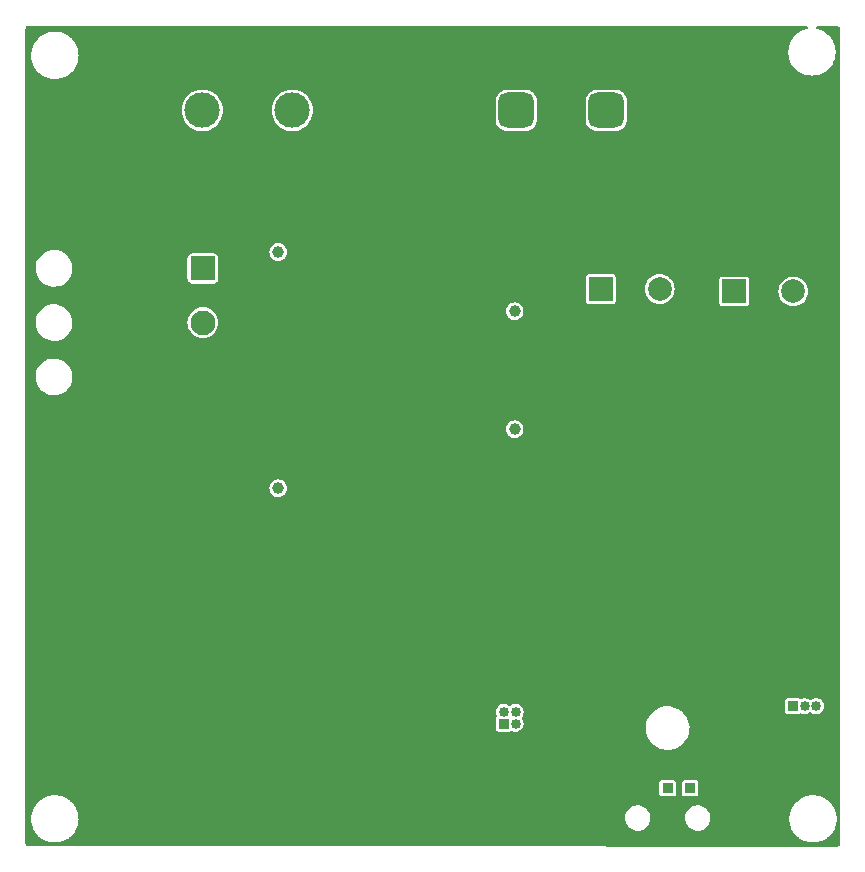
<source format=gbl>
G04 #@! TF.GenerationSoftware,KiCad,Pcbnew,7.0.6*
G04 #@! TF.CreationDate,2023-11-30T23:32:02-05:00*
G04 #@! TF.ProjectId,TeslaCoil,5465736c-6143-46f6-996c-2e6b69636164,rev?*
G04 #@! TF.SameCoordinates,Original*
G04 #@! TF.FileFunction,Copper,L2,Bot*
G04 #@! TF.FilePolarity,Positive*
%FSLAX46Y46*%
G04 Gerber Fmt 4.6, Leading zero omitted, Abs format (unit mm)*
G04 Created by KiCad (PCBNEW 7.0.6) date 2023-11-30 23:32:02*
%MOMM*%
%LPD*%
G01*
G04 APERTURE LIST*
G04 Aperture macros list*
%AMRoundRect*
0 Rectangle with rounded corners*
0 $1 Rounding radius*
0 $2 $3 $4 $5 $6 $7 $8 $9 X,Y pos of 4 corners*
0 Add a 4 corners polygon primitive as box body*
4,1,4,$2,$3,$4,$5,$6,$7,$8,$9,$2,$3,0*
0 Add four circle primitives for the rounded corners*
1,1,$1+$1,$2,$3*
1,1,$1+$1,$4,$5*
1,1,$1+$1,$6,$7*
1,1,$1+$1,$8,$9*
0 Add four rect primitives between the rounded corners*
20,1,$1+$1,$2,$3,$4,$5,0*
20,1,$1+$1,$4,$5,$6,$7,0*
20,1,$1+$1,$6,$7,$8,$9,0*
20,1,$1+$1,$8,$9,$2,$3,0*%
G04 Aperture macros list end*
G04 #@! TA.AperFunction,ComponentPad*
%ADD10C,1.000000*%
G04 #@! TD*
G04 #@! TA.AperFunction,ComponentPad*
%ADD11R,0.850000X0.850000*%
G04 #@! TD*
G04 #@! TA.AperFunction,ComponentPad*
%ADD12O,0.850000X0.850000*%
G04 #@! TD*
G04 #@! TA.AperFunction,ComponentPad*
%ADD13RoundRect,0.750000X0.750000X0.750000X-0.750000X0.750000X-0.750000X-0.750000X0.750000X-0.750000X0*%
G04 #@! TD*
G04 #@! TA.AperFunction,ComponentPad*
%ADD14C,3.000000*%
G04 #@! TD*
G04 #@! TA.AperFunction,ComponentPad*
%ADD15R,2.000000X2.000000*%
G04 #@! TD*
G04 #@! TA.AperFunction,ComponentPad*
%ADD16C,2.000000*%
G04 #@! TD*
G04 #@! TA.AperFunction,ComponentPad*
%ADD17C,2.100000*%
G04 #@! TD*
G04 #@! TA.AperFunction,ComponentPad*
%ADD18RoundRect,0.250001X-0.799999X0.799999X-0.799999X-0.799999X0.799999X-0.799999X0.799999X0.799999X0*%
G04 #@! TD*
G04 #@! TA.AperFunction,ComponentPad*
%ADD19R,0.900000X0.900000*%
G04 #@! TD*
G04 #@! TA.AperFunction,ViaPad*
%ADD20C,0.800000*%
G04 #@! TD*
G04 APERTURE END LIST*
D10*
X94420000Y-72180000D03*
X94420000Y-92180000D03*
X114420000Y-87180000D03*
X114420000Y-77180000D03*
D11*
X137970000Y-110610000D03*
D12*
X138970000Y-110610000D03*
X139970000Y-110610000D03*
D11*
X113510000Y-112100000D03*
D12*
X113510000Y-111100000D03*
X114510000Y-112100000D03*
X114510000Y-111100000D03*
D13*
X122195000Y-60170000D03*
X114575000Y-60170000D03*
D14*
X95605000Y-60170000D03*
X87985000Y-60170000D03*
D15*
X121720000Y-75290000D03*
D16*
X126720000Y-75290000D03*
D15*
X133010000Y-75500000D03*
D16*
X138010000Y-75500000D03*
D17*
X88030000Y-78140000D03*
X88030000Y-82740000D03*
D18*
X88030000Y-73540000D03*
D19*
X129285000Y-117550000D03*
X127380000Y-117550000D03*
X125475000Y-117550000D03*
D20*
X134760000Y-109340000D03*
X113830000Y-108150000D03*
X119470000Y-119770000D03*
X104780000Y-111580000D03*
X124640000Y-110830000D03*
X102460000Y-117590000D03*
X134360000Y-117220000D03*
G04 #@! TA.AperFunction,Conductor*
G36*
X108996968Y-53015218D02*
G01*
X139141608Y-53019588D01*
X139208643Y-53039282D01*
X139254390Y-53092093D01*
X139264323Y-53161253D01*
X139235289Y-53224804D01*
X139176522Y-53262565D01*
X139160338Y-53267317D01*
X139160321Y-53267323D01*
X139148820Y-53270699D01*
X139144531Y-53271794D01*
X139034959Y-53295629D01*
X139034955Y-53295630D01*
X138929883Y-53334819D01*
X138925684Y-53336216D01*
X138900190Y-53343702D01*
X138885565Y-53350382D01*
X138885525Y-53350399D01*
X138875980Y-53354756D01*
X138871902Y-53356445D01*
X138766840Y-53395632D01*
X138766831Y-53395636D01*
X138668436Y-53449363D01*
X138664478Y-53451344D01*
X138640290Y-53462389D01*
X138617913Y-53476771D01*
X138614106Y-53479030D01*
X138515689Y-53532770D01*
X138515685Y-53532773D01*
X138425908Y-53599977D01*
X138422285Y-53602493D01*
X138415500Y-53606856D01*
X138399906Y-53616877D01*
X138379312Y-53634724D01*
X138375797Y-53637492D01*
X138373549Y-53639175D01*
X138373498Y-53639212D01*
X138286609Y-53704257D01*
X138286594Y-53704270D01*
X138207306Y-53783558D01*
X138204065Y-53786575D01*
X138183978Y-53803978D01*
X138166575Y-53824065D01*
X138163558Y-53827306D01*
X138084270Y-53906594D01*
X138084252Y-53906615D01*
X138017055Y-53996379D01*
X138014277Y-53999827D01*
X137996877Y-54019905D01*
X137988406Y-54033088D01*
X137988405Y-54033087D01*
X137988405Y-54033089D01*
X137988393Y-54033109D01*
X137982496Y-54042281D01*
X137979978Y-54045906D01*
X137912773Y-54135685D01*
X137912770Y-54135689D01*
X137859030Y-54234106D01*
X137856771Y-54237913D01*
X137842389Y-54260290D01*
X137831344Y-54284478D01*
X137829363Y-54288436D01*
X137775636Y-54386831D01*
X137775632Y-54386840D01*
X137736445Y-54491902D01*
X137734756Y-54495980D01*
X137730399Y-54505525D01*
X137730382Y-54505565D01*
X137723702Y-54520190D01*
X137716216Y-54545684D01*
X137714819Y-54549883D01*
X137675630Y-54654955D01*
X137675629Y-54654959D01*
X137651794Y-54764531D01*
X137650699Y-54768820D01*
X137647323Y-54780321D01*
X137647317Y-54780338D01*
X137643209Y-54794326D01*
X137640981Y-54809827D01*
X137640979Y-54809826D01*
X137640978Y-54809852D01*
X137639421Y-54820664D01*
X137638637Y-54825009D01*
X137614806Y-54934558D01*
X137614803Y-54934575D01*
X137606803Y-55046425D01*
X137606330Y-55050827D01*
X137602548Y-55077130D01*
X137602548Y-55103721D01*
X137602390Y-55108145D01*
X137594779Y-55214567D01*
X137594390Y-55220000D01*
X137602316Y-55330827D01*
X137602390Y-55331853D01*
X137602548Y-55336277D01*
X137602548Y-55362866D01*
X137606330Y-55389170D01*
X137606803Y-55393572D01*
X137614803Y-55505424D01*
X137614805Y-55505438D01*
X137638638Y-55614993D01*
X137639423Y-55619344D01*
X137640300Y-55625442D01*
X137640557Y-55627227D01*
X137643209Y-55645668D01*
X137647747Y-55661123D01*
X137647754Y-55661147D01*
X137650700Y-55671182D01*
X137651793Y-55675467D01*
X137675629Y-55785040D01*
X137675630Y-55785043D01*
X137675631Y-55785046D01*
X137675774Y-55785430D01*
X137714821Y-55890120D01*
X137716219Y-55894320D01*
X137723702Y-55919806D01*
X137730882Y-55935528D01*
X137730900Y-55935572D01*
X137734746Y-55943994D01*
X137736438Y-55948080D01*
X137775632Y-56053158D01*
X137775635Y-56053166D01*
X137829363Y-56151561D01*
X137831345Y-56155521D01*
X137842396Y-56179720D01*
X137856779Y-56202099D01*
X137859039Y-56205908D01*
X137912770Y-56304309D01*
X137912775Y-56304317D01*
X137979976Y-56394086D01*
X137982493Y-56397710D01*
X137987206Y-56405044D01*
X137996871Y-56420084D01*
X138008538Y-56433548D01*
X138008579Y-56433595D01*
X138008582Y-56433599D01*
X138014277Y-56440171D01*
X138017052Y-56443615D01*
X138040355Y-56474744D01*
X138084261Y-56533395D01*
X138131877Y-56581011D01*
X138163550Y-56612684D01*
X138166567Y-56615924D01*
X138183981Y-56636021D01*
X138204073Y-56653430D01*
X138207311Y-56656445D01*
X138286605Y-56735739D01*
X138337073Y-56773518D01*
X138376381Y-56802945D01*
X138379827Y-56805722D01*
X138387173Y-56812087D01*
X138387186Y-56812098D01*
X138399907Y-56823121D01*
X138413101Y-56831601D01*
X138414944Y-56832786D01*
X138414956Y-56832794D01*
X138418911Y-56835336D01*
X138422281Y-56837502D01*
X138425914Y-56840024D01*
X138515682Y-56907224D01*
X138515695Y-56907232D01*
X138614096Y-56960963D01*
X138617904Y-56963222D01*
X138640286Y-56977606D01*
X138664479Y-56988654D01*
X138668431Y-56990632D01*
X138766839Y-57044367D01*
X138871919Y-57083560D01*
X138875993Y-57085247D01*
X138883914Y-57088865D01*
X138883932Y-57088872D01*
X138884634Y-57089193D01*
X138884717Y-57089229D01*
X138900195Y-57096297D01*
X138917326Y-57101327D01*
X138917335Y-57101330D01*
X138925696Y-57103785D01*
X138929887Y-57105181D01*
X138936303Y-57107574D01*
X139034954Y-57144369D01*
X139144576Y-57168215D01*
X139148787Y-57169290D01*
X139157170Y-57171752D01*
X139157202Y-57171760D01*
X139157651Y-57171892D01*
X139157686Y-57171902D01*
X139174328Y-57176789D01*
X139191681Y-57179284D01*
X139191733Y-57179293D01*
X139192023Y-57179334D01*
X139192025Y-57179335D01*
X139200671Y-57180578D01*
X139204979Y-57181355D01*
X139314572Y-57205196D01*
X139426448Y-57213197D01*
X139430802Y-57213665D01*
X139439441Y-57214907D01*
X139439443Y-57214907D01*
X139457135Y-57217452D01*
X139483721Y-57217452D01*
X139488143Y-57217609D01*
X139537344Y-57221128D01*
X139599999Y-57225610D01*
X139600000Y-57225610D01*
X139600001Y-57225610D01*
X139662655Y-57221128D01*
X139711856Y-57217609D01*
X139716279Y-57217452D01*
X139742863Y-57217452D01*
X139760548Y-57214908D01*
X139760559Y-57214907D01*
X139769203Y-57213664D01*
X139773545Y-57213197D01*
X139885428Y-57205196D01*
X139995025Y-57181354D01*
X139999323Y-57180578D01*
X140007975Y-57179335D01*
X140008004Y-57179329D01*
X140008218Y-57179299D01*
X140008268Y-57179291D01*
X140025664Y-57176789D01*
X140042784Y-57171763D01*
X140042830Y-57171752D01*
X140051213Y-57169290D01*
X140055404Y-57168220D01*
X140165046Y-57144369D01*
X140270144Y-57105169D01*
X140274304Y-57103785D01*
X140278285Y-57102616D01*
X140282665Y-57101330D01*
X140282674Y-57101326D01*
X140299802Y-57096297D01*
X140316000Y-57088900D01*
X140316086Y-57088865D01*
X140324010Y-57085245D01*
X140328062Y-57083566D01*
X140433161Y-57044367D01*
X140531568Y-56990632D01*
X140535514Y-56988657D01*
X140559709Y-56977607D01*
X140574744Y-56967944D01*
X140574764Y-56967933D01*
X140582117Y-56963207D01*
X140585850Y-56960991D01*
X140675830Y-56911858D01*
X140684310Y-56907229D01*
X140684310Y-56907228D01*
X140684315Y-56907226D01*
X140774112Y-56840004D01*
X140777707Y-56837509D01*
X140785044Y-56832794D01*
X140785082Y-56832767D01*
X140800083Y-56823126D01*
X140813549Y-56811458D01*
X140813599Y-56811418D01*
X140820192Y-56805704D01*
X140823580Y-56802973D01*
X140913395Y-56735739D01*
X140992716Y-56656417D01*
X140995914Y-56653440D01*
X141002506Y-56647729D01*
X141002529Y-56647707D01*
X141016018Y-56636018D01*
X141027707Y-56622529D01*
X141027729Y-56622506D01*
X141033440Y-56615914D01*
X141036417Y-56612716D01*
X141115739Y-56533395D01*
X141182973Y-56443580D01*
X141185704Y-56440192D01*
X141191418Y-56433599D01*
X141191459Y-56433548D01*
X141203129Y-56420080D01*
X141211587Y-56406922D01*
X141212794Y-56405044D01*
X141217509Y-56397707D01*
X141220004Y-56394112D01*
X141287226Y-56304315D01*
X141287230Y-56304309D01*
X141291858Y-56295830D01*
X141340991Y-56205850D01*
X141343207Y-56202117D01*
X141347933Y-56194764D01*
X141347944Y-56194744D01*
X141357607Y-56179709D01*
X141368657Y-56155514D01*
X141370636Y-56151561D01*
X141424367Y-56053161D01*
X141463566Y-55948062D01*
X141465245Y-55944010D01*
X141468865Y-55936086D01*
X141468900Y-55936000D01*
X141476297Y-55919802D01*
X141483785Y-55894304D01*
X141485169Y-55890144D01*
X141524369Y-55785046D01*
X141548220Y-55675404D01*
X141549290Y-55671213D01*
X141551752Y-55662830D01*
X141551761Y-55662792D01*
X141556789Y-55645665D01*
X141559255Y-55628520D01*
X141559263Y-55628469D01*
X141559330Y-55628002D01*
X141559335Y-55627975D01*
X141560578Y-55619322D01*
X141561354Y-55615026D01*
X141585196Y-55505428D01*
X141593197Y-55393545D01*
X141593665Y-55389195D01*
X141595226Y-55378343D01*
X141595229Y-55378312D01*
X141597459Y-55362808D01*
X141597096Y-55360151D01*
X141597245Y-55357130D01*
X141597731Y-55347223D01*
X141598107Y-55326114D01*
X141598250Y-55322899D01*
X141605610Y-55220000D01*
X141598250Y-55117104D01*
X141598107Y-55113882D01*
X141597731Y-55092777D01*
X141597096Y-55079851D01*
X141597562Y-55077915D01*
X141595229Y-55061692D01*
X141595226Y-55061657D01*
X141593666Y-55050812D01*
X141593196Y-55046439D01*
X141585196Y-54934572D01*
X141561355Y-54824979D01*
X141560577Y-54820664D01*
X141559335Y-54812025D01*
X141559292Y-54811725D01*
X141559278Y-54811645D01*
X141556788Y-54794327D01*
X141552378Y-54779303D01*
X141551755Y-54777184D01*
X141551752Y-54777170D01*
X141549290Y-54768787D01*
X141548215Y-54764576D01*
X141524369Y-54654954D01*
X141485181Y-54549887D01*
X141483782Y-54545687D01*
X141482197Y-54540290D01*
X141481330Y-54537335D01*
X141481327Y-54537326D01*
X141476297Y-54520195D01*
X141469229Y-54504717D01*
X141469193Y-54504634D01*
X141468872Y-54503932D01*
X141468865Y-54503914D01*
X141465242Y-54495980D01*
X141463557Y-54491912D01*
X141424367Y-54386839D01*
X141370632Y-54288431D01*
X141368654Y-54284479D01*
X141357606Y-54260286D01*
X141343222Y-54237904D01*
X141340963Y-54234096D01*
X141287232Y-54135695D01*
X141287224Y-54135682D01*
X141220024Y-54045914D01*
X141217502Y-54042281D01*
X141215336Y-54038911D01*
X141212794Y-54034956D01*
X141212786Y-54034944D01*
X141211601Y-54033101D01*
X141211601Y-54033100D01*
X141203123Y-54019910D01*
X141192868Y-54008075D01*
X141185722Y-53999827D01*
X141182945Y-53996381D01*
X141153518Y-53957073D01*
X141115739Y-53906605D01*
X141036440Y-53827306D01*
X141033430Y-53824073D01*
X141016021Y-53803981D01*
X140995924Y-53786567D01*
X140992684Y-53783550D01*
X140965905Y-53756771D01*
X140913395Y-53704261D01*
X140826500Y-53639212D01*
X140823615Y-53637052D01*
X140820176Y-53634281D01*
X140813599Y-53628582D01*
X140813588Y-53628573D01*
X140810248Y-53625679D01*
X140810227Y-53625659D01*
X140800087Y-53616874D01*
X140785054Y-53607213D01*
X140785044Y-53607206D01*
X140777710Y-53602493D01*
X140774092Y-53599980D01*
X140709723Y-53551794D01*
X140684317Y-53532775D01*
X140684309Y-53532770D01*
X140585908Y-53479039D01*
X140582099Y-53476779D01*
X140559720Y-53462396D01*
X140535521Y-53451345D01*
X140531561Y-53449363D01*
X140433166Y-53395635D01*
X140433158Y-53395632D01*
X140328080Y-53356438D01*
X140323994Y-53354746D01*
X140315572Y-53350900D01*
X140315528Y-53350882D01*
X140299806Y-53343702D01*
X140274320Y-53336219D01*
X140270120Y-53334821D01*
X140165043Y-53295630D01*
X140165040Y-53295629D01*
X140055467Y-53271793D01*
X140051182Y-53270700D01*
X140041147Y-53267754D01*
X140041122Y-53267747D01*
X140023928Y-53262698D01*
X139965150Y-53224925D01*
X139936124Y-53161369D01*
X139946067Y-53092211D01*
X139991822Y-53039406D01*
X140058858Y-53019721D01*
X141717902Y-53019962D01*
X141742081Y-53022346D01*
X141795746Y-53033026D01*
X141801565Y-53034184D01*
X141846252Y-53052696D01*
X141886334Y-53079477D01*
X141920537Y-53113674D01*
X141947322Y-53153749D01*
X141965841Y-53198434D01*
X141977687Y-53257919D01*
X141980074Y-53282096D01*
X141980551Y-54934558D01*
X141999500Y-120763014D01*
X141999500Y-122239847D01*
X141997123Y-122264011D01*
X141985722Y-122321394D01*
X141967210Y-122366108D01*
X141940420Y-122406213D01*
X141906201Y-122440436D01*
X141866102Y-122467230D01*
X141821392Y-122485747D01*
X141764194Y-122497119D01*
X141740020Y-122499500D01*
X138555059Y-122499500D01*
X105992595Y-122494781D01*
X100599208Y-122493999D01*
X73262173Y-122490037D01*
X73237987Y-122487652D01*
X73178490Y-122475810D01*
X73133798Y-122457291D01*
X73093714Y-122430502D01*
X73059508Y-122396291D01*
X73032727Y-122356205D01*
X73014216Y-122311510D01*
X73002882Y-122254525D01*
X73000500Y-122230336D01*
X73000500Y-120150000D01*
X73494390Y-120150000D01*
X73501979Y-120256114D01*
X73502390Y-120261853D01*
X73502548Y-120266277D01*
X73502548Y-120292866D01*
X73506330Y-120319170D01*
X73506803Y-120323572D01*
X73514803Y-120435424D01*
X73514805Y-120435438D01*
X73538638Y-120544993D01*
X73539423Y-120549344D01*
X73540362Y-120555867D01*
X73543209Y-120575668D01*
X73547747Y-120591123D01*
X73547754Y-120591147D01*
X73550700Y-120601182D01*
X73551793Y-120605467D01*
X73575629Y-120715040D01*
X73575630Y-120715043D01*
X73614821Y-120820120D01*
X73616219Y-120824320D01*
X73623702Y-120849806D01*
X73630882Y-120865528D01*
X73630900Y-120865572D01*
X73634746Y-120873994D01*
X73636438Y-120878080D01*
X73675632Y-120983158D01*
X73675635Y-120983166D01*
X73729363Y-121081561D01*
X73731345Y-121085521D01*
X73742396Y-121109720D01*
X73756779Y-121132099D01*
X73759039Y-121135908D01*
X73812770Y-121234309D01*
X73812775Y-121234317D01*
X73879976Y-121324086D01*
X73882493Y-121327710D01*
X73887206Y-121335044D01*
X73887213Y-121335054D01*
X73896874Y-121350087D01*
X73908582Y-121363599D01*
X73914277Y-121370171D01*
X73917051Y-121373614D01*
X73984259Y-121463393D01*
X74063550Y-121542684D01*
X74066567Y-121545924D01*
X74083981Y-121566021D01*
X74104073Y-121583430D01*
X74107311Y-121586445D01*
X74186605Y-121665739D01*
X74237073Y-121703518D01*
X74276381Y-121732945D01*
X74279827Y-121735722D01*
X74287173Y-121742087D01*
X74287186Y-121742098D01*
X74299907Y-121753121D01*
X74313101Y-121761601D01*
X74314944Y-121762786D01*
X74314956Y-121762794D01*
X74318911Y-121765336D01*
X74322281Y-121767502D01*
X74325914Y-121770024D01*
X74415682Y-121837224D01*
X74415695Y-121837232D01*
X74514096Y-121890963D01*
X74517904Y-121893222D01*
X74540286Y-121907606D01*
X74564479Y-121918654D01*
X74568431Y-121920632D01*
X74666839Y-121974367D01*
X74771919Y-122013560D01*
X74775993Y-122015247D01*
X74783914Y-122018865D01*
X74783932Y-122018872D01*
X74784634Y-122019193D01*
X74784717Y-122019229D01*
X74800195Y-122026297D01*
X74817326Y-122031327D01*
X74817335Y-122031330D01*
X74825696Y-122033785D01*
X74829887Y-122035181D01*
X74836303Y-122037574D01*
X74934954Y-122074369D01*
X75044576Y-122098215D01*
X75048787Y-122099290D01*
X75057170Y-122101752D01*
X75057202Y-122101760D01*
X75057651Y-122101892D01*
X75057686Y-122101902D01*
X75074328Y-122106789D01*
X75091681Y-122109284D01*
X75091733Y-122109293D01*
X75092023Y-122109334D01*
X75092025Y-122109335D01*
X75100671Y-122110578D01*
X75104979Y-122111355D01*
X75214572Y-122135196D01*
X75326448Y-122143197D01*
X75330802Y-122143665D01*
X75339441Y-122144907D01*
X75339443Y-122144907D01*
X75357135Y-122147452D01*
X75383721Y-122147452D01*
X75388143Y-122147609D01*
X75437344Y-122151128D01*
X75499999Y-122155610D01*
X75500000Y-122155610D01*
X75500001Y-122155610D01*
X75562655Y-122151128D01*
X75611856Y-122147609D01*
X75616279Y-122147452D01*
X75642863Y-122147452D01*
X75660548Y-122144908D01*
X75660559Y-122144907D01*
X75669203Y-122143664D01*
X75673545Y-122143197D01*
X75785428Y-122135196D01*
X75895025Y-122111354D01*
X75899323Y-122110578D01*
X75907975Y-122109335D01*
X75908004Y-122109329D01*
X75908218Y-122109299D01*
X75908268Y-122109291D01*
X75925664Y-122106789D01*
X75942784Y-122101763D01*
X75942830Y-122101752D01*
X75951213Y-122099290D01*
X75955404Y-122098220D01*
X76065046Y-122074369D01*
X76170144Y-122035169D01*
X76174304Y-122033785D01*
X76174314Y-122033782D01*
X76182665Y-122031330D01*
X76182674Y-122031326D01*
X76199802Y-122026297D01*
X76216000Y-122018900D01*
X76216086Y-122018865D01*
X76224010Y-122015245D01*
X76228062Y-122013566D01*
X76333161Y-121974367D01*
X76431568Y-121920632D01*
X76435514Y-121918657D01*
X76459709Y-121907607D01*
X76474744Y-121897944D01*
X76474764Y-121897933D01*
X76482117Y-121893207D01*
X76485850Y-121890991D01*
X76575830Y-121841858D01*
X76584310Y-121837229D01*
X76584310Y-121837228D01*
X76584315Y-121837226D01*
X76674112Y-121770004D01*
X76677707Y-121767509D01*
X76685044Y-121762794D01*
X76685082Y-121762767D01*
X76700083Y-121753126D01*
X76713549Y-121741458D01*
X76713599Y-121741418D01*
X76720192Y-121735704D01*
X76723580Y-121732973D01*
X76813395Y-121665739D01*
X76892716Y-121586417D01*
X76895914Y-121583440D01*
X76902506Y-121577729D01*
X76902529Y-121577707D01*
X76916018Y-121566018D01*
X76927707Y-121552529D01*
X76927729Y-121552506D01*
X76933440Y-121545914D01*
X76936417Y-121542716D01*
X77015739Y-121463395D01*
X77082973Y-121373580D01*
X77085704Y-121370192D01*
X77091418Y-121363599D01*
X77091457Y-121363549D01*
X77103129Y-121350080D01*
X77111587Y-121336922D01*
X77112794Y-121335044D01*
X77117509Y-121327707D01*
X77120004Y-121324112D01*
X77187226Y-121234315D01*
X77187230Y-121234309D01*
X77191858Y-121225830D01*
X77240991Y-121135850D01*
X77243207Y-121132117D01*
X77247933Y-121124764D01*
X77247944Y-121124744D01*
X77257607Y-121109709D01*
X77268657Y-121085514D01*
X77270636Y-121081561D01*
X77324367Y-120983161D01*
X77363566Y-120878062D01*
X77365245Y-120874010D01*
X77368865Y-120866086D01*
X77368900Y-120866000D01*
X77376297Y-120849802D01*
X77383785Y-120824304D01*
X77385169Y-120820144D01*
X77424369Y-120715046D01*
X77448220Y-120605404D01*
X77449290Y-120601213D01*
X77451752Y-120592830D01*
X77451761Y-120592792D01*
X77456789Y-120575665D01*
X77459255Y-120558520D01*
X77459263Y-120558469D01*
X77459330Y-120558002D01*
X77459335Y-120557975D01*
X77460578Y-120549322D01*
X77461354Y-120545026D01*
X77485196Y-120435428D01*
X77493197Y-120323545D01*
X77493665Y-120319195D01*
X77495226Y-120308343D01*
X77495229Y-120308312D01*
X77497459Y-120292808D01*
X77497096Y-120290151D01*
X77497731Y-120277227D01*
X77497771Y-120274981D01*
X77498107Y-120256114D01*
X77498250Y-120252899D01*
X77505610Y-120150000D01*
X77498250Y-120047104D01*
X77498107Y-120043882D01*
X77498013Y-120038593D01*
X123760832Y-120038593D01*
X123770605Y-120243756D01*
X123819029Y-120443362D01*
X123865442Y-120544993D01*
X123904352Y-120630195D01*
X123904356Y-120630201D01*
X124023489Y-120797501D01*
X124023495Y-120797507D01*
X124172147Y-120939246D01*
X124344933Y-121050290D01*
X124530910Y-121124744D01*
X124535618Y-121126629D01*
X124686880Y-121155782D01*
X124737301Y-121165500D01*
X124737302Y-121165500D01*
X124891226Y-121165500D01*
X124891232Y-121165500D01*
X125044466Y-121150868D01*
X125241541Y-121093001D01*
X125424104Y-120998884D01*
X125585556Y-120871916D01*
X125720061Y-120716689D01*
X125721009Y-120715048D01*
X125792557Y-120591123D01*
X125822759Y-120538811D01*
X125889937Y-120344712D01*
X125919168Y-120141407D01*
X125914270Y-120038593D01*
X128840832Y-120038593D01*
X128850605Y-120243756D01*
X128899029Y-120443362D01*
X128945442Y-120544993D01*
X128984352Y-120630195D01*
X128984356Y-120630201D01*
X129103489Y-120797501D01*
X129103495Y-120797507D01*
X129252147Y-120939246D01*
X129424933Y-121050290D01*
X129610910Y-121124744D01*
X129615618Y-121126629D01*
X129766881Y-121155782D01*
X129817301Y-121165500D01*
X129817302Y-121165500D01*
X129971226Y-121165500D01*
X129971232Y-121165500D01*
X130124466Y-121150868D01*
X130321541Y-121093001D01*
X130504104Y-120998884D01*
X130665556Y-120871916D01*
X130800061Y-120716689D01*
X130801009Y-120715048D01*
X130872557Y-120591123D01*
X130902759Y-120538811D01*
X130969937Y-120344712D01*
X130997933Y-120150000D01*
X137684390Y-120150000D01*
X137691979Y-120256114D01*
X137692390Y-120261853D01*
X137692548Y-120266277D01*
X137692548Y-120292866D01*
X137696330Y-120319170D01*
X137696803Y-120323572D01*
X137704803Y-120435424D01*
X137704805Y-120435438D01*
X137728638Y-120544993D01*
X137729423Y-120549344D01*
X137730362Y-120555867D01*
X137733209Y-120575668D01*
X137737747Y-120591123D01*
X137737754Y-120591147D01*
X137740700Y-120601182D01*
X137741793Y-120605467D01*
X137765629Y-120715040D01*
X137765630Y-120715043D01*
X137804821Y-120820120D01*
X137806219Y-120824320D01*
X137813702Y-120849806D01*
X137820882Y-120865528D01*
X137820900Y-120865572D01*
X137824746Y-120873994D01*
X137826438Y-120878080D01*
X137865632Y-120983158D01*
X137865635Y-120983166D01*
X137919363Y-121081561D01*
X137921345Y-121085521D01*
X137932396Y-121109720D01*
X137946779Y-121132099D01*
X137949039Y-121135908D01*
X138002770Y-121234309D01*
X138002775Y-121234317D01*
X138069976Y-121324086D01*
X138072493Y-121327710D01*
X138077206Y-121335044D01*
X138077213Y-121335054D01*
X138086874Y-121350087D01*
X138098582Y-121363599D01*
X138104277Y-121370171D01*
X138107051Y-121373614D01*
X138174259Y-121463393D01*
X138253550Y-121542684D01*
X138256567Y-121545924D01*
X138273981Y-121566021D01*
X138294073Y-121583430D01*
X138297311Y-121586445D01*
X138376605Y-121665739D01*
X138427073Y-121703518D01*
X138466381Y-121732945D01*
X138469827Y-121735722D01*
X138477173Y-121742087D01*
X138477186Y-121742098D01*
X138489907Y-121753121D01*
X138503101Y-121761601D01*
X138504944Y-121762786D01*
X138504956Y-121762794D01*
X138508911Y-121765336D01*
X138512281Y-121767502D01*
X138515914Y-121770024D01*
X138605682Y-121837224D01*
X138605695Y-121837232D01*
X138704096Y-121890963D01*
X138707904Y-121893222D01*
X138730286Y-121907606D01*
X138754479Y-121918654D01*
X138758431Y-121920632D01*
X138856839Y-121974367D01*
X138961919Y-122013560D01*
X138965993Y-122015247D01*
X138973914Y-122018865D01*
X138973932Y-122018872D01*
X138974634Y-122019193D01*
X138974717Y-122019229D01*
X138990195Y-122026297D01*
X139007326Y-122031327D01*
X139007335Y-122031330D01*
X139015696Y-122033785D01*
X139019887Y-122035181D01*
X139026303Y-122037574D01*
X139124954Y-122074369D01*
X139234576Y-122098215D01*
X139238787Y-122099290D01*
X139247170Y-122101752D01*
X139247202Y-122101760D01*
X139247651Y-122101892D01*
X139247686Y-122101902D01*
X139264328Y-122106789D01*
X139281681Y-122109284D01*
X139281733Y-122109293D01*
X139282023Y-122109334D01*
X139282025Y-122109335D01*
X139290671Y-122110578D01*
X139294979Y-122111355D01*
X139404572Y-122135196D01*
X139516448Y-122143197D01*
X139520802Y-122143665D01*
X139529441Y-122144907D01*
X139529443Y-122144907D01*
X139547135Y-122147452D01*
X139573721Y-122147452D01*
X139578143Y-122147609D01*
X139627344Y-122151128D01*
X139689999Y-122155610D01*
X139690000Y-122155610D01*
X139690001Y-122155610D01*
X139752655Y-122151128D01*
X139801856Y-122147609D01*
X139806279Y-122147452D01*
X139832863Y-122147452D01*
X139850548Y-122144908D01*
X139850559Y-122144907D01*
X139859203Y-122143664D01*
X139863545Y-122143197D01*
X139975428Y-122135196D01*
X140085025Y-122111354D01*
X140089323Y-122110578D01*
X140097975Y-122109335D01*
X140098004Y-122109329D01*
X140098218Y-122109299D01*
X140098268Y-122109291D01*
X140115664Y-122106789D01*
X140132784Y-122101763D01*
X140132830Y-122101752D01*
X140141213Y-122099290D01*
X140145404Y-122098220D01*
X140255046Y-122074369D01*
X140360144Y-122035169D01*
X140364304Y-122033785D01*
X140364314Y-122033782D01*
X140372665Y-122031330D01*
X140372674Y-122031326D01*
X140389802Y-122026297D01*
X140406000Y-122018900D01*
X140406086Y-122018865D01*
X140414010Y-122015245D01*
X140418062Y-122013566D01*
X140523161Y-121974367D01*
X140621568Y-121920632D01*
X140625514Y-121918657D01*
X140649709Y-121907607D01*
X140664744Y-121897944D01*
X140664764Y-121897933D01*
X140672117Y-121893207D01*
X140675850Y-121890991D01*
X140765830Y-121841858D01*
X140774310Y-121837229D01*
X140774310Y-121837228D01*
X140774315Y-121837226D01*
X140864112Y-121770004D01*
X140867707Y-121767509D01*
X140875044Y-121762794D01*
X140875082Y-121762767D01*
X140890083Y-121753126D01*
X140903549Y-121741458D01*
X140903599Y-121741418D01*
X140910192Y-121735704D01*
X140913580Y-121732973D01*
X141003395Y-121665739D01*
X141082716Y-121586417D01*
X141085914Y-121583440D01*
X141092506Y-121577729D01*
X141092529Y-121577707D01*
X141106018Y-121566018D01*
X141117707Y-121552529D01*
X141117729Y-121552506D01*
X141123440Y-121545914D01*
X141126417Y-121542716D01*
X141205739Y-121463395D01*
X141272973Y-121373580D01*
X141275704Y-121370192D01*
X141281418Y-121363599D01*
X141281457Y-121363549D01*
X141293129Y-121350080D01*
X141301587Y-121336922D01*
X141302794Y-121335044D01*
X141307509Y-121327707D01*
X141310004Y-121324112D01*
X141377226Y-121234315D01*
X141377230Y-121234309D01*
X141381858Y-121225830D01*
X141430991Y-121135850D01*
X141433207Y-121132117D01*
X141437933Y-121124764D01*
X141437944Y-121124744D01*
X141447607Y-121109709D01*
X141458657Y-121085514D01*
X141460636Y-121081561D01*
X141514367Y-120983161D01*
X141553566Y-120878062D01*
X141555245Y-120874010D01*
X141558865Y-120866086D01*
X141558900Y-120866000D01*
X141566297Y-120849802D01*
X141573785Y-120824304D01*
X141575169Y-120820144D01*
X141614369Y-120715046D01*
X141638220Y-120605404D01*
X141639290Y-120601213D01*
X141641752Y-120592830D01*
X141641761Y-120592792D01*
X141646789Y-120575665D01*
X141649255Y-120558520D01*
X141649263Y-120558469D01*
X141649330Y-120558002D01*
X141649335Y-120557975D01*
X141650578Y-120549322D01*
X141651354Y-120545026D01*
X141675196Y-120435428D01*
X141683197Y-120323545D01*
X141683665Y-120319195D01*
X141685226Y-120308343D01*
X141685229Y-120308312D01*
X141687459Y-120292808D01*
X141687096Y-120290151D01*
X141687731Y-120277227D01*
X141687771Y-120274981D01*
X141688107Y-120256114D01*
X141688250Y-120252899D01*
X141695610Y-120150000D01*
X141688250Y-120047104D01*
X141688107Y-120043882D01*
X141687731Y-120022777D01*
X141687096Y-120009851D01*
X141687563Y-120007914D01*
X141683667Y-119980816D01*
X141683196Y-119976439D01*
X141675196Y-119864572D01*
X141651355Y-119754979D01*
X141650577Y-119750664D01*
X141649335Y-119742025D01*
X141649292Y-119741725D01*
X141649278Y-119741645D01*
X141646788Y-119724327D01*
X141642378Y-119709303D01*
X141641755Y-119707184D01*
X141641752Y-119707170D01*
X141639290Y-119698787D01*
X141638215Y-119694576D01*
X141614369Y-119584954D01*
X141575181Y-119479887D01*
X141573782Y-119475687D01*
X141566297Y-119450195D01*
X141559229Y-119434717D01*
X141559193Y-119434634D01*
X141558872Y-119433932D01*
X141558865Y-119433914D01*
X141555242Y-119425980D01*
X141553557Y-119421912D01*
X141514367Y-119316839D01*
X141460632Y-119218431D01*
X141458654Y-119214479D01*
X141447606Y-119190286D01*
X141433222Y-119167904D01*
X141430963Y-119164096D01*
X141377232Y-119065695D01*
X141377224Y-119065682D01*
X141310024Y-118975914D01*
X141307502Y-118972281D01*
X141305336Y-118968911D01*
X141302794Y-118964956D01*
X141302786Y-118964944D01*
X141301601Y-118963101D01*
X141301601Y-118963100D01*
X141293123Y-118949910D01*
X141282868Y-118938075D01*
X141275722Y-118929827D01*
X141272945Y-118926381D01*
X141243518Y-118887073D01*
X141205739Y-118836605D01*
X141126440Y-118757306D01*
X141123430Y-118754073D01*
X141106021Y-118733981D01*
X141085924Y-118716567D01*
X141082684Y-118713550D01*
X141003398Y-118634264D01*
X141003395Y-118634261D01*
X140962287Y-118603488D01*
X140913615Y-118567052D01*
X140910171Y-118564277D01*
X140903599Y-118558582D01*
X140903588Y-118558573D01*
X140900248Y-118555679D01*
X140900227Y-118555659D01*
X140890087Y-118546874D01*
X140875054Y-118537213D01*
X140875044Y-118537206D01*
X140867710Y-118532493D01*
X140864086Y-118529976D01*
X140774317Y-118462775D01*
X140774309Y-118462770D01*
X140675908Y-118409039D01*
X140672099Y-118406779D01*
X140649720Y-118392396D01*
X140625521Y-118381345D01*
X140621561Y-118379363D01*
X140523166Y-118325635D01*
X140523158Y-118325632D01*
X140418080Y-118286438D01*
X140413994Y-118284746D01*
X140405572Y-118280900D01*
X140405528Y-118280882D01*
X140389806Y-118273702D01*
X140364320Y-118266219D01*
X140360120Y-118264821D01*
X140255043Y-118225630D01*
X140255040Y-118225629D01*
X140145467Y-118201793D01*
X140141182Y-118200700D01*
X140131147Y-118197754D01*
X140131123Y-118197747D01*
X140115662Y-118193207D01*
X140099620Y-118190901D01*
X140089350Y-118189424D01*
X140085001Y-118188640D01*
X140067343Y-118184798D01*
X139975438Y-118164805D01*
X139975424Y-118164803D01*
X139863572Y-118156803D01*
X139859170Y-118156330D01*
X139832867Y-118152548D01*
X139814981Y-118152548D01*
X139806279Y-118152548D01*
X139801856Y-118152390D01*
X139752655Y-118148871D01*
X139690001Y-118144390D01*
X139689999Y-118144390D01*
X139627344Y-118148871D01*
X139578143Y-118152390D01*
X139573721Y-118152548D01*
X139547130Y-118152548D01*
X139520827Y-118156330D01*
X139516425Y-118156803D01*
X139404575Y-118164803D01*
X139404558Y-118164806D01*
X139295009Y-118188637D01*
X139290664Y-118189421D01*
X139282341Y-118190619D01*
X139282025Y-118190665D01*
X139282022Y-118190665D01*
X139279852Y-118190978D01*
X139279826Y-118190979D01*
X139279827Y-118190981D01*
X139264326Y-118193209D01*
X139250338Y-118197317D01*
X139250321Y-118197323D01*
X139238820Y-118200699D01*
X139234531Y-118201794D01*
X139124959Y-118225629D01*
X139124955Y-118225630D01*
X139019883Y-118264819D01*
X139015684Y-118266216D01*
X138990190Y-118273702D01*
X138975565Y-118280382D01*
X138975525Y-118280399D01*
X138965980Y-118284756D01*
X138961902Y-118286445D01*
X138856840Y-118325632D01*
X138856831Y-118325636D01*
X138758436Y-118379363D01*
X138754478Y-118381344D01*
X138730290Y-118392389D01*
X138707913Y-118406771D01*
X138704106Y-118409030D01*
X138605689Y-118462770D01*
X138605685Y-118462773D01*
X138515907Y-118529978D01*
X138512283Y-118532495D01*
X138503100Y-118538399D01*
X138489903Y-118546879D01*
X138469827Y-118564277D01*
X138466379Y-118567055D01*
X138376615Y-118634252D01*
X138376594Y-118634270D01*
X138297306Y-118713558D01*
X138294065Y-118716575D01*
X138273978Y-118733978D01*
X138256575Y-118754065D01*
X138253558Y-118757306D01*
X138174270Y-118836594D01*
X138174252Y-118836615D01*
X138107055Y-118926379D01*
X138104277Y-118929827D01*
X138086877Y-118949905D01*
X138078406Y-118963088D01*
X138078405Y-118963087D01*
X138078405Y-118963089D01*
X138078393Y-118963109D01*
X138072496Y-118972281D01*
X138069978Y-118975906D01*
X138002773Y-119065685D01*
X138002770Y-119065689D01*
X137949030Y-119164106D01*
X137946771Y-119167913D01*
X137932389Y-119190290D01*
X137921344Y-119214478D01*
X137919363Y-119218436D01*
X137865636Y-119316831D01*
X137865632Y-119316840D01*
X137826445Y-119421902D01*
X137824756Y-119425980D01*
X137820399Y-119435525D01*
X137820382Y-119435565D01*
X137813702Y-119450190D01*
X137806216Y-119475684D01*
X137804819Y-119479883D01*
X137765630Y-119584955D01*
X137765629Y-119584959D01*
X137741794Y-119694531D01*
X137740699Y-119698820D01*
X137737323Y-119710321D01*
X137737317Y-119710338D01*
X137733209Y-119724326D01*
X137730981Y-119739827D01*
X137730979Y-119739826D01*
X137730978Y-119739852D01*
X137729421Y-119750664D01*
X137728637Y-119755009D01*
X137704806Y-119864558D01*
X137704803Y-119864575D01*
X137696803Y-119976425D01*
X137696330Y-119980827D01*
X137692548Y-120007130D01*
X137692548Y-120033721D01*
X137692390Y-120038145D01*
X137685005Y-120141407D01*
X137684390Y-120150000D01*
X130997933Y-120150000D01*
X130999168Y-120141407D01*
X130989395Y-119936244D01*
X130940971Y-119736638D01*
X130855647Y-119549804D01*
X130855643Y-119549798D01*
X130736510Y-119382498D01*
X130736504Y-119382492D01*
X130587852Y-119240753D01*
X130415066Y-119129709D01*
X130224391Y-119053374D01*
X130224384Y-119053371D01*
X130224382Y-119053371D01*
X130224379Y-119053370D01*
X130224378Y-119053370D01*
X130022699Y-119014500D01*
X130022698Y-119014500D01*
X129868768Y-119014500D01*
X129715533Y-119029132D01*
X129715534Y-119029132D01*
X129715530Y-119029133D01*
X129518462Y-119086997D01*
X129335891Y-119181118D01*
X129174446Y-119308081D01*
X129174443Y-119308084D01*
X129039936Y-119463313D01*
X128937242Y-119641185D01*
X128870064Y-119835282D01*
X128870063Y-119835287D01*
X128870063Y-119835288D01*
X128840832Y-120038593D01*
X125914270Y-120038593D01*
X125909395Y-119936244D01*
X125860971Y-119736638D01*
X125775647Y-119549804D01*
X125775643Y-119549798D01*
X125656510Y-119382498D01*
X125656504Y-119382492D01*
X125507852Y-119240753D01*
X125335066Y-119129709D01*
X125144391Y-119053374D01*
X125144384Y-119053371D01*
X125144382Y-119053371D01*
X125144379Y-119053370D01*
X125144378Y-119053370D01*
X124942699Y-119014500D01*
X124942698Y-119014500D01*
X124788768Y-119014500D01*
X124635533Y-119029132D01*
X124635534Y-119029132D01*
X124635530Y-119029133D01*
X124438462Y-119086997D01*
X124255891Y-119181118D01*
X124094446Y-119308081D01*
X124094443Y-119308084D01*
X123959936Y-119463313D01*
X123857242Y-119641185D01*
X123790064Y-119835282D01*
X123790063Y-119835287D01*
X123790063Y-119835288D01*
X123760832Y-120038593D01*
X77498013Y-120038593D01*
X77497731Y-120022777D01*
X77497096Y-120009851D01*
X77497563Y-120007914D01*
X77493667Y-119980816D01*
X77493196Y-119976439D01*
X77485196Y-119864572D01*
X77461355Y-119754979D01*
X77460577Y-119750664D01*
X77459335Y-119742025D01*
X77459292Y-119741725D01*
X77459278Y-119741645D01*
X77456788Y-119724327D01*
X77452378Y-119709303D01*
X77451755Y-119707184D01*
X77451752Y-119707170D01*
X77449290Y-119698787D01*
X77448215Y-119694576D01*
X77424369Y-119584954D01*
X77385181Y-119479887D01*
X77383782Y-119475687D01*
X77376297Y-119450195D01*
X77369229Y-119434717D01*
X77369193Y-119434634D01*
X77368872Y-119433932D01*
X77368865Y-119433914D01*
X77365242Y-119425980D01*
X77363557Y-119421912D01*
X77324367Y-119316839D01*
X77270632Y-119218431D01*
X77268654Y-119214479D01*
X77257606Y-119190286D01*
X77243222Y-119167904D01*
X77240963Y-119164096D01*
X77187232Y-119065695D01*
X77187224Y-119065682D01*
X77120024Y-118975914D01*
X77117502Y-118972281D01*
X77115336Y-118968911D01*
X77112794Y-118964956D01*
X77112786Y-118964944D01*
X77111601Y-118963101D01*
X77111601Y-118963100D01*
X77103123Y-118949910D01*
X77092868Y-118938075D01*
X77085722Y-118929827D01*
X77082945Y-118926381D01*
X77053518Y-118887073D01*
X77015739Y-118836605D01*
X76936440Y-118757306D01*
X76933430Y-118754073D01*
X76916021Y-118733981D01*
X76895924Y-118716567D01*
X76892684Y-118713550D01*
X76813398Y-118634264D01*
X76813395Y-118634261D01*
X76772287Y-118603488D01*
X76723615Y-118567052D01*
X76720171Y-118564277D01*
X76713599Y-118558582D01*
X76713588Y-118558573D01*
X76710248Y-118555679D01*
X76710227Y-118555659D01*
X76700087Y-118546874D01*
X76685054Y-118537213D01*
X76685044Y-118537206D01*
X76677710Y-118532493D01*
X76674086Y-118529976D01*
X76584317Y-118462775D01*
X76584309Y-118462770D01*
X76485908Y-118409039D01*
X76482099Y-118406779D01*
X76459720Y-118392396D01*
X76435521Y-118381345D01*
X76431561Y-118379363D01*
X76333166Y-118325635D01*
X76333158Y-118325632D01*
X76228080Y-118286438D01*
X76223994Y-118284746D01*
X76215572Y-118280900D01*
X76215528Y-118280882D01*
X76199806Y-118273702D01*
X76174320Y-118266219D01*
X76170120Y-118264821D01*
X76065043Y-118225630D01*
X76065040Y-118225629D01*
X75955467Y-118201793D01*
X75951182Y-118200700D01*
X75941147Y-118197754D01*
X75941123Y-118197747D01*
X75925662Y-118193207D01*
X75909620Y-118190901D01*
X75899350Y-118189424D01*
X75895001Y-118188640D01*
X75877343Y-118184798D01*
X75785438Y-118164805D01*
X75785424Y-118164803D01*
X75673572Y-118156803D01*
X75669170Y-118156330D01*
X75642867Y-118152548D01*
X75624981Y-118152548D01*
X75616279Y-118152548D01*
X75611856Y-118152390D01*
X75562655Y-118148871D01*
X75500001Y-118144390D01*
X75499999Y-118144390D01*
X75437344Y-118148871D01*
X75388143Y-118152390D01*
X75383721Y-118152548D01*
X75357130Y-118152548D01*
X75330827Y-118156330D01*
X75326425Y-118156803D01*
X75214575Y-118164803D01*
X75214558Y-118164806D01*
X75105009Y-118188637D01*
X75100664Y-118189421D01*
X75092341Y-118190619D01*
X75092025Y-118190665D01*
X75092022Y-118190665D01*
X75089852Y-118190978D01*
X75089826Y-118190979D01*
X75089827Y-118190981D01*
X75074326Y-118193209D01*
X75060338Y-118197317D01*
X75060321Y-118197323D01*
X75048820Y-118200699D01*
X75044531Y-118201794D01*
X74934959Y-118225629D01*
X74934955Y-118225630D01*
X74829883Y-118264819D01*
X74825684Y-118266216D01*
X74800190Y-118273702D01*
X74785565Y-118280382D01*
X74785525Y-118280399D01*
X74775980Y-118284756D01*
X74771902Y-118286445D01*
X74666840Y-118325632D01*
X74666831Y-118325636D01*
X74568436Y-118379363D01*
X74564478Y-118381344D01*
X74540290Y-118392389D01*
X74517913Y-118406771D01*
X74514106Y-118409030D01*
X74415689Y-118462770D01*
X74415685Y-118462773D01*
X74325907Y-118529978D01*
X74322283Y-118532495D01*
X74313100Y-118538399D01*
X74299903Y-118546879D01*
X74279827Y-118564277D01*
X74276379Y-118567055D01*
X74186615Y-118634252D01*
X74186594Y-118634270D01*
X74107306Y-118713558D01*
X74104065Y-118716575D01*
X74083978Y-118733978D01*
X74066575Y-118754065D01*
X74063558Y-118757306D01*
X73984270Y-118836594D01*
X73984252Y-118836615D01*
X73917055Y-118926379D01*
X73914277Y-118929827D01*
X73896877Y-118949905D01*
X73888406Y-118963088D01*
X73888405Y-118963087D01*
X73888405Y-118963089D01*
X73888393Y-118963109D01*
X73882496Y-118972281D01*
X73879978Y-118975906D01*
X73812773Y-119065685D01*
X73812770Y-119065689D01*
X73759030Y-119164106D01*
X73756771Y-119167913D01*
X73742389Y-119190290D01*
X73731344Y-119214478D01*
X73729363Y-119218436D01*
X73675636Y-119316831D01*
X73675632Y-119316840D01*
X73636445Y-119421902D01*
X73634756Y-119425980D01*
X73630399Y-119435525D01*
X73630382Y-119435565D01*
X73623702Y-119450190D01*
X73616216Y-119475684D01*
X73614819Y-119479883D01*
X73575630Y-119584955D01*
X73575629Y-119584959D01*
X73551794Y-119694531D01*
X73550699Y-119698820D01*
X73547323Y-119710321D01*
X73547317Y-119710338D01*
X73543209Y-119724326D01*
X73540981Y-119739827D01*
X73540979Y-119739826D01*
X73540978Y-119739852D01*
X73539421Y-119750664D01*
X73538637Y-119755009D01*
X73514806Y-119864558D01*
X73514803Y-119864575D01*
X73506803Y-119976425D01*
X73506330Y-119980827D01*
X73502548Y-120007130D01*
X73502548Y-120033721D01*
X73502390Y-120038145D01*
X73495005Y-120141407D01*
X73494390Y-120150000D01*
X73000500Y-120150000D01*
X73000500Y-118024678D01*
X126679500Y-118024678D01*
X126694032Y-118097735D01*
X126694033Y-118097739D01*
X126694034Y-118097740D01*
X126749399Y-118180601D01*
X126825567Y-118231494D01*
X126832260Y-118235966D01*
X126832264Y-118235967D01*
X126905321Y-118250499D01*
X126905324Y-118250500D01*
X126905326Y-118250500D01*
X127854676Y-118250500D01*
X127854677Y-118250499D01*
X127927740Y-118235966D01*
X128010601Y-118180601D01*
X128065966Y-118097740D01*
X128080499Y-118024678D01*
X128584500Y-118024678D01*
X128599032Y-118097735D01*
X128599033Y-118097739D01*
X128599034Y-118097740D01*
X128654399Y-118180601D01*
X128730567Y-118231494D01*
X128737260Y-118235966D01*
X128737264Y-118235967D01*
X128810321Y-118250499D01*
X128810324Y-118250500D01*
X128810326Y-118250500D01*
X129759676Y-118250500D01*
X129759677Y-118250499D01*
X129832740Y-118235966D01*
X129915601Y-118180601D01*
X129970966Y-118097740D01*
X129985500Y-118024674D01*
X129985500Y-117075326D01*
X129985499Y-117075326D01*
X129985500Y-117075323D01*
X129985499Y-117075321D01*
X129970967Y-117002264D01*
X129970966Y-117002260D01*
X129970966Y-117002259D01*
X129915601Y-116919399D01*
X129832740Y-116864034D01*
X129832739Y-116864033D01*
X129832735Y-116864032D01*
X129759677Y-116849500D01*
X129759674Y-116849500D01*
X128810326Y-116849500D01*
X128810323Y-116849500D01*
X128737264Y-116864032D01*
X128737260Y-116864033D01*
X128654399Y-116919399D01*
X128599033Y-117002260D01*
X128599032Y-117002264D01*
X128584500Y-117075321D01*
X128584500Y-118024678D01*
X128080499Y-118024678D01*
X128080500Y-118024674D01*
X128080500Y-117075326D01*
X128080499Y-117075326D01*
X128080500Y-117075323D01*
X128080499Y-117075321D01*
X128065967Y-117002264D01*
X128065966Y-117002260D01*
X128065965Y-117002259D01*
X128010601Y-116919399D01*
X127927740Y-116864034D01*
X127927739Y-116864033D01*
X127927735Y-116864032D01*
X127854677Y-116849500D01*
X127854674Y-116849500D01*
X126905326Y-116849500D01*
X126905323Y-116849500D01*
X126832264Y-116864032D01*
X126832260Y-116864033D01*
X126749399Y-116919399D01*
X126694033Y-117002260D01*
X126694032Y-117002264D01*
X126679500Y-117075321D01*
X126679500Y-118024678D01*
X73000500Y-118024678D01*
X73000500Y-111100000D01*
X112829539Y-111100000D01*
X112849311Y-111262842D01*
X112849312Y-111262848D01*
X112902622Y-111403411D01*
X112907989Y-111473074D01*
X112889784Y-111516270D01*
X112849034Y-111577258D01*
X112849032Y-111577264D01*
X112834500Y-111650321D01*
X112834500Y-112549678D01*
X112849032Y-112622735D01*
X112849033Y-112622739D01*
X112849034Y-112622740D01*
X112904399Y-112705601D01*
X112950259Y-112736243D01*
X112987260Y-112760966D01*
X112987264Y-112760967D01*
X113060321Y-112775499D01*
X113060324Y-112775500D01*
X113060326Y-112775500D01*
X113959676Y-112775500D01*
X113959677Y-112775499D01*
X114032740Y-112760966D01*
X114096005Y-112718693D01*
X114162679Y-112697817D01*
X114222519Y-112712001D01*
X114268705Y-112736242D01*
X114388719Y-112765823D01*
X114427978Y-112775500D01*
X114427979Y-112775500D01*
X114592022Y-112775500D01*
X114751291Y-112736243D01*
X114751291Y-112736242D01*
X114751295Y-112736242D01*
X114896546Y-112660008D01*
X115019332Y-112551229D01*
X115028627Y-112537763D01*
X125525787Y-112537763D01*
X125555413Y-112807013D01*
X125555415Y-112807024D01*
X125623926Y-113069082D01*
X125623928Y-113069088D01*
X125729870Y-113318390D01*
X125801998Y-113436575D01*
X125870979Y-113549605D01*
X125870986Y-113549615D01*
X126044253Y-113757819D01*
X126044259Y-113757824D01*
X126245998Y-113938582D01*
X126471910Y-114088044D01*
X126717176Y-114203020D01*
X126717183Y-114203022D01*
X126717185Y-114203023D01*
X126976557Y-114281057D01*
X126976564Y-114281058D01*
X126976569Y-114281060D01*
X127244561Y-114320500D01*
X127244566Y-114320500D01*
X127447636Y-114320500D01*
X127499133Y-114316730D01*
X127650156Y-114305677D01*
X127762758Y-114280593D01*
X127914546Y-114246782D01*
X127914548Y-114246781D01*
X127914553Y-114246780D01*
X128167558Y-114150014D01*
X128403777Y-114017441D01*
X128618177Y-113851888D01*
X128806186Y-113656881D01*
X128963799Y-113436579D01*
X129037787Y-113292669D01*
X129087649Y-113195690D01*
X129087651Y-113195684D01*
X129087656Y-113195675D01*
X129175118Y-112939305D01*
X129224319Y-112672933D01*
X129234212Y-112402235D01*
X129204586Y-112132982D01*
X129136072Y-111870912D01*
X129030130Y-111621610D01*
X128889018Y-111390390D01*
X128887845Y-111388981D01*
X128715746Y-111182180D01*
X128715740Y-111182175D01*
X128579024Y-111059678D01*
X137294500Y-111059678D01*
X137309032Y-111132735D01*
X137309033Y-111132739D01*
X137309034Y-111132740D01*
X137364399Y-111215601D01*
X137447259Y-111270965D01*
X137447260Y-111270966D01*
X137447264Y-111270967D01*
X137520321Y-111285499D01*
X137520324Y-111285500D01*
X137520326Y-111285500D01*
X138419676Y-111285500D01*
X138419677Y-111285499D01*
X138492740Y-111270966D01*
X138556005Y-111228693D01*
X138622679Y-111207817D01*
X138682519Y-111222001D01*
X138728705Y-111246242D01*
X138848720Y-111275823D01*
X138887978Y-111285500D01*
X138887979Y-111285500D01*
X139052022Y-111285500D01*
X139211291Y-111246243D01*
X139211291Y-111246242D01*
X139211295Y-111246242D01*
X139356546Y-111170008D01*
X139387772Y-111142343D01*
X139451004Y-111112622D01*
X139520268Y-111121804D01*
X139552228Y-111142344D01*
X139583451Y-111170006D01*
X139583452Y-111170006D01*
X139583454Y-111170008D01*
X139728705Y-111246242D01*
X139728707Y-111246242D01*
X139728708Y-111246243D01*
X139887978Y-111285500D01*
X139887979Y-111285500D01*
X140052022Y-111285500D01*
X140211291Y-111246243D01*
X140211291Y-111246242D01*
X140211295Y-111246242D01*
X140356546Y-111170008D01*
X140479332Y-111061229D01*
X140572518Y-110926226D01*
X140630688Y-110772845D01*
X140650461Y-110610000D01*
X140630688Y-110447155D01*
X140572518Y-110293774D01*
X140479332Y-110158771D01*
X140479329Y-110158768D01*
X140479327Y-110158766D01*
X140356548Y-110049993D01*
X140211291Y-109973756D01*
X140052022Y-109934500D01*
X140052021Y-109934500D01*
X139887979Y-109934500D01*
X139887978Y-109934500D01*
X139728708Y-109973756D01*
X139583451Y-110049993D01*
X139552225Y-110077657D01*
X139488992Y-110107377D01*
X139419728Y-110098192D01*
X139387775Y-110077657D01*
X139356548Y-110049993D01*
X139211291Y-109973756D01*
X139052022Y-109934500D01*
X139052021Y-109934500D01*
X138887979Y-109934500D01*
X138887978Y-109934500D01*
X138728706Y-109973757D01*
X138682518Y-109997999D01*
X138614010Y-110011723D01*
X138556003Y-109991304D01*
X138492743Y-109949035D01*
X138492735Y-109949032D01*
X138419677Y-109934500D01*
X138419674Y-109934500D01*
X137520326Y-109934500D01*
X137520323Y-109934500D01*
X137447264Y-109949032D01*
X137447260Y-109949033D01*
X137364399Y-110004399D01*
X137309033Y-110087260D01*
X137309032Y-110087264D01*
X137294500Y-110160321D01*
X137294500Y-111059678D01*
X128579024Y-111059678D01*
X128514002Y-111001418D01*
X128288092Y-110851957D01*
X128288090Y-110851956D01*
X128042824Y-110736980D01*
X128042819Y-110736978D01*
X128042814Y-110736976D01*
X127783442Y-110658942D01*
X127783428Y-110658939D01*
X127658153Y-110640503D01*
X127515439Y-110619500D01*
X127312369Y-110619500D01*
X127312364Y-110619500D01*
X127109844Y-110634323D01*
X127109831Y-110634325D01*
X126845453Y-110693217D01*
X126845446Y-110693220D01*
X126592439Y-110789987D01*
X126356226Y-110922557D01*
X126356224Y-110922558D01*
X126356223Y-110922559D01*
X126337318Y-110937157D01*
X126141822Y-111088112D01*
X125953822Y-111283109D01*
X125953816Y-111283116D01*
X125796202Y-111503419D01*
X125796199Y-111503424D01*
X125672350Y-111744309D01*
X125672343Y-111744327D01*
X125584884Y-112000685D01*
X125584881Y-112000699D01*
X125560449Y-112132975D01*
X125536462Y-112262842D01*
X125535681Y-112267068D01*
X125535680Y-112267075D01*
X125525787Y-112537763D01*
X115028627Y-112537763D01*
X115112518Y-112416226D01*
X115170688Y-112262845D01*
X115190461Y-112100000D01*
X115170688Y-111937155D01*
X115112518Y-111783774D01*
X115034288Y-111670439D01*
X115012406Y-111604086D01*
X115029871Y-111536434D01*
X115034289Y-111529560D01*
X115052329Y-111503424D01*
X115112518Y-111416226D01*
X115170688Y-111262845D01*
X115190461Y-111100000D01*
X115170688Y-110937155D01*
X115112518Y-110783774D01*
X115019332Y-110648771D01*
X115019329Y-110648768D01*
X115019327Y-110648766D01*
X114896548Y-110539993D01*
X114751291Y-110463756D01*
X114592022Y-110424500D01*
X114592021Y-110424500D01*
X114427979Y-110424500D01*
X114427978Y-110424500D01*
X114268708Y-110463756D01*
X114123451Y-110539993D01*
X114092225Y-110567657D01*
X114028992Y-110597377D01*
X113959728Y-110588192D01*
X113927775Y-110567657D01*
X113896548Y-110539993D01*
X113751291Y-110463756D01*
X113592022Y-110424500D01*
X113592021Y-110424500D01*
X113427979Y-110424500D01*
X113427978Y-110424500D01*
X113268708Y-110463756D01*
X113123451Y-110539993D01*
X113000672Y-110648766D01*
X113000666Y-110648773D01*
X112907483Y-110783771D01*
X112849312Y-110937154D01*
X112849311Y-110937157D01*
X112829539Y-111099999D01*
X112829539Y-111100000D01*
X73000500Y-111100000D01*
X73000500Y-92180002D01*
X93664751Y-92180002D01*
X93683685Y-92348056D01*
X93739545Y-92507694D01*
X93739547Y-92507697D01*
X93829518Y-92650884D01*
X93829523Y-92650890D01*
X93949109Y-92770476D01*
X93949115Y-92770481D01*
X94092302Y-92860452D01*
X94092305Y-92860454D01*
X94092309Y-92860455D01*
X94092310Y-92860456D01*
X94164913Y-92885860D01*
X94251943Y-92916314D01*
X94419997Y-92935249D01*
X94420000Y-92935249D01*
X94420003Y-92935249D01*
X94588056Y-92916314D01*
X94588059Y-92916313D01*
X94747690Y-92860456D01*
X94747692Y-92860454D01*
X94747694Y-92860454D01*
X94747697Y-92860452D01*
X94890884Y-92770481D01*
X94890885Y-92770480D01*
X94890890Y-92770477D01*
X95010477Y-92650890D01*
X95100452Y-92507697D01*
X95100454Y-92507694D01*
X95100454Y-92507692D01*
X95100456Y-92507690D01*
X95156313Y-92348059D01*
X95156313Y-92348058D01*
X95156314Y-92348056D01*
X95175249Y-92180002D01*
X95175249Y-92179997D01*
X95156314Y-92011943D01*
X95100454Y-91852305D01*
X95100452Y-91852302D01*
X95010481Y-91709115D01*
X95010476Y-91709109D01*
X94890890Y-91589523D01*
X94890884Y-91589518D01*
X94747697Y-91499547D01*
X94747694Y-91499545D01*
X94588056Y-91443685D01*
X94420003Y-91424751D01*
X94419997Y-91424751D01*
X94251943Y-91443685D01*
X94092305Y-91499545D01*
X94092302Y-91499547D01*
X93949115Y-91589518D01*
X93949109Y-91589523D01*
X93829523Y-91709109D01*
X93829518Y-91709115D01*
X93739547Y-91852302D01*
X93739545Y-91852305D01*
X93683685Y-92011943D01*
X93664751Y-92179997D01*
X93664751Y-92180002D01*
X73000500Y-92180002D01*
X73000500Y-87180002D01*
X113664751Y-87180002D01*
X113683685Y-87348056D01*
X113739545Y-87507694D01*
X113739547Y-87507697D01*
X113829518Y-87650884D01*
X113829523Y-87650890D01*
X113949109Y-87770476D01*
X113949115Y-87770481D01*
X114092302Y-87860452D01*
X114092305Y-87860454D01*
X114092309Y-87860455D01*
X114092310Y-87860456D01*
X114164913Y-87885860D01*
X114251943Y-87916314D01*
X114419997Y-87935249D01*
X114420000Y-87935249D01*
X114420003Y-87935249D01*
X114588056Y-87916314D01*
X114588059Y-87916313D01*
X114747690Y-87860456D01*
X114747692Y-87860454D01*
X114747694Y-87860454D01*
X114747697Y-87860452D01*
X114890884Y-87770481D01*
X114890885Y-87770480D01*
X114890890Y-87770477D01*
X115010477Y-87650890D01*
X115100452Y-87507697D01*
X115100454Y-87507694D01*
X115100454Y-87507692D01*
X115100456Y-87507690D01*
X115156313Y-87348059D01*
X115156313Y-87348058D01*
X115156314Y-87348056D01*
X115175249Y-87180002D01*
X115175249Y-87179997D01*
X115156314Y-87011943D01*
X115100454Y-86852305D01*
X115100452Y-86852302D01*
X115010481Y-86709115D01*
X115010476Y-86709109D01*
X114890890Y-86589523D01*
X114890884Y-86589518D01*
X114747697Y-86499547D01*
X114747694Y-86499545D01*
X114588056Y-86443685D01*
X114420003Y-86424751D01*
X114419997Y-86424751D01*
X114251943Y-86443685D01*
X114092305Y-86499545D01*
X114092302Y-86499547D01*
X113949115Y-86589518D01*
X113949109Y-86589523D01*
X113829523Y-86709109D01*
X113829518Y-86709115D01*
X113739547Y-86852302D01*
X113739545Y-86852305D01*
X113683685Y-87011943D01*
X113664751Y-87179997D01*
X113664751Y-87180002D01*
X73000500Y-87180002D01*
X73000500Y-82802629D01*
X73875717Y-82802629D01*
X73905892Y-83051150D01*
X73975540Y-83291601D01*
X74082860Y-83517775D01*
X74155941Y-83623650D01*
X74225068Y-83723797D01*
X74398484Y-83904341D01*
X74598615Y-84054730D01*
X74820279Y-84171069D01*
X75057734Y-84250343D01*
X75057737Y-84250343D01*
X75057739Y-84250344D01*
X75304828Y-84290500D01*
X75304831Y-84290500D01*
X75492482Y-84290500D01*
X75586004Y-84282950D01*
X75679527Y-84275400D01*
X75922591Y-84215490D01*
X76152897Y-84117366D01*
X76364481Y-83983568D01*
X76551862Y-83817563D01*
X76710188Y-83623650D01*
X76835357Y-83406850D01*
X76924128Y-83172780D01*
X76974202Y-82927500D01*
X76984282Y-82677365D01*
X76954107Y-82428851D01*
X76954107Y-82428849D01*
X76918876Y-82307220D01*
X76884459Y-82188396D01*
X76777141Y-81962228D01*
X76777140Y-81962227D01*
X76777139Y-81962224D01*
X76634933Y-81756205D01*
X76634932Y-81756203D01*
X76461516Y-81575659D01*
X76261385Y-81425270D01*
X76261383Y-81425269D01*
X76261382Y-81425268D01*
X76039726Y-81308933D01*
X76039722Y-81308931D01*
X76039721Y-81308931D01*
X75802266Y-81229657D01*
X75802265Y-81229656D01*
X75802260Y-81229655D01*
X75555172Y-81189500D01*
X75555169Y-81189500D01*
X75367519Y-81189500D01*
X75367518Y-81189500D01*
X75180473Y-81204599D01*
X74937411Y-81264509D01*
X74707106Y-81362632D01*
X74495514Y-81496435D01*
X74308143Y-81662431D01*
X74149809Y-81856353D01*
X74024643Y-82073148D01*
X73935871Y-82307222D01*
X73885798Y-82552493D01*
X73885797Y-82552503D01*
X73875717Y-82802628D01*
X73875717Y-82802629D01*
X73000500Y-82802629D01*
X73000500Y-78202629D01*
X73875717Y-78202629D01*
X73905892Y-78451150D01*
X73975540Y-78691601D01*
X74082860Y-78917775D01*
X74155941Y-79023650D01*
X74225068Y-79123797D01*
X74398484Y-79304341D01*
X74598615Y-79454730D01*
X74820279Y-79571069D01*
X75057734Y-79650343D01*
X75057737Y-79650343D01*
X75057739Y-79650344D01*
X75304828Y-79690500D01*
X75304831Y-79690500D01*
X75492482Y-79690500D01*
X75586004Y-79682950D01*
X75679527Y-79675400D01*
X75922591Y-79615490D01*
X76152897Y-79517366D01*
X76364481Y-79383568D01*
X76551862Y-79217563D01*
X76710188Y-79023650D01*
X76835357Y-78806850D01*
X76924128Y-78572780D01*
X76974202Y-78327500D01*
X76981758Y-78140001D01*
X86724532Y-78140001D01*
X86744364Y-78366686D01*
X86744366Y-78366697D01*
X86803258Y-78586488D01*
X86803261Y-78586497D01*
X86899431Y-78792732D01*
X86899432Y-78792734D01*
X87029954Y-78979141D01*
X87190858Y-79140045D01*
X87190861Y-79140047D01*
X87377266Y-79270568D01*
X87583504Y-79366739D01*
X87803308Y-79425635D01*
X87965230Y-79439801D01*
X88029998Y-79445468D01*
X88030000Y-79445468D01*
X88030002Y-79445468D01*
X88086672Y-79440509D01*
X88256692Y-79425635D01*
X88476496Y-79366739D01*
X88682734Y-79270568D01*
X88869139Y-79140047D01*
X89030047Y-78979139D01*
X89160568Y-78792734D01*
X89256739Y-78586496D01*
X89315635Y-78366692D01*
X89335468Y-78140000D01*
X89315635Y-77913308D01*
X89256739Y-77693504D01*
X89160568Y-77487266D01*
X89030047Y-77300861D01*
X89030045Y-77300858D01*
X88909189Y-77180002D01*
X113664751Y-77180002D01*
X113683685Y-77348056D01*
X113739545Y-77507694D01*
X113739547Y-77507697D01*
X113829518Y-77650884D01*
X113829523Y-77650890D01*
X113949109Y-77770476D01*
X113949115Y-77770481D01*
X114092302Y-77860452D01*
X114092305Y-77860454D01*
X114092309Y-77860455D01*
X114092310Y-77860456D01*
X114164913Y-77885860D01*
X114251943Y-77916314D01*
X114419997Y-77935249D01*
X114420000Y-77935249D01*
X114420003Y-77935249D01*
X114588056Y-77916314D01*
X114588059Y-77916313D01*
X114747690Y-77860456D01*
X114747692Y-77860454D01*
X114747694Y-77860454D01*
X114747697Y-77860452D01*
X114890884Y-77770481D01*
X114890885Y-77770480D01*
X114890890Y-77770477D01*
X115010477Y-77650890D01*
X115100452Y-77507697D01*
X115100454Y-77507694D01*
X115100454Y-77507692D01*
X115100456Y-77507690D01*
X115156313Y-77348059D01*
X115156313Y-77348058D01*
X115156314Y-77348056D01*
X115175249Y-77180002D01*
X115175249Y-77179997D01*
X115156314Y-77011943D01*
X115121784Y-76913261D01*
X115100456Y-76852310D01*
X115100455Y-76852309D01*
X115100454Y-76852305D01*
X115100452Y-76852302D01*
X115010481Y-76709115D01*
X115010476Y-76709109D01*
X114890890Y-76589523D01*
X114890884Y-76589518D01*
X114747697Y-76499547D01*
X114747694Y-76499545D01*
X114588056Y-76443685D01*
X114420003Y-76424751D01*
X114419997Y-76424751D01*
X114251943Y-76443685D01*
X114092305Y-76499545D01*
X114092302Y-76499547D01*
X113949115Y-76589518D01*
X113949109Y-76589523D01*
X113829523Y-76709109D01*
X113829518Y-76709115D01*
X113739547Y-76852302D01*
X113739545Y-76852305D01*
X113683685Y-77011943D01*
X113664751Y-77179997D01*
X113664751Y-77180002D01*
X88909189Y-77180002D01*
X88869141Y-77139954D01*
X88682734Y-77009432D01*
X88682732Y-77009431D01*
X88476497Y-76913261D01*
X88476488Y-76913258D01*
X88256697Y-76854366D01*
X88256693Y-76854365D01*
X88256692Y-76854365D01*
X88256691Y-76854364D01*
X88256686Y-76854364D01*
X88030002Y-76834532D01*
X88029998Y-76834532D01*
X87803313Y-76854364D01*
X87803302Y-76854366D01*
X87583511Y-76913258D01*
X87583502Y-76913261D01*
X87377267Y-77009431D01*
X87377265Y-77009432D01*
X87190858Y-77139954D01*
X87029954Y-77300858D01*
X86899432Y-77487265D01*
X86899431Y-77487267D01*
X86803261Y-77693502D01*
X86803258Y-77693511D01*
X86744366Y-77913302D01*
X86744364Y-77913313D01*
X86724532Y-78139998D01*
X86724532Y-78140001D01*
X76981758Y-78140001D01*
X76984282Y-78077365D01*
X76957945Y-77860456D01*
X76954107Y-77828849D01*
X76902560Y-77650890D01*
X76884459Y-77588396D01*
X76777141Y-77362228D01*
X76777140Y-77362227D01*
X76777139Y-77362224D01*
X76634933Y-77156205D01*
X76634932Y-77156203D01*
X76461516Y-76975659D01*
X76261385Y-76825270D01*
X76261383Y-76825269D01*
X76261382Y-76825268D01*
X76039726Y-76708933D01*
X76039722Y-76708931D01*
X76039721Y-76708931D01*
X75802266Y-76629657D01*
X75802265Y-76629656D01*
X75802260Y-76629655D01*
X75555172Y-76589500D01*
X75555169Y-76589500D01*
X75367519Y-76589500D01*
X75367518Y-76589500D01*
X75180473Y-76604599D01*
X74937411Y-76664509D01*
X74707106Y-76762632D01*
X74495514Y-76896435D01*
X74308143Y-77062431D01*
X74149809Y-77256353D01*
X74024643Y-77473148D01*
X73935871Y-77707222D01*
X73885798Y-77952493D01*
X73885797Y-77952503D01*
X73875717Y-78202628D01*
X73875717Y-78202629D01*
X73000500Y-78202629D01*
X73000500Y-76314676D01*
X120469499Y-76314676D01*
X120469500Y-76314678D01*
X120484032Y-76387735D01*
X120484033Y-76387739D01*
X120484034Y-76387740D01*
X120539399Y-76470601D01*
X120620326Y-76524674D01*
X120622260Y-76525966D01*
X120622264Y-76525967D01*
X120695321Y-76540499D01*
X120695324Y-76540500D01*
X120695326Y-76540500D01*
X122744676Y-76540500D01*
X122744677Y-76540499D01*
X122817740Y-76525966D01*
X122900601Y-76470601D01*
X122955966Y-76387740D01*
X122970500Y-76314674D01*
X122970500Y-75290002D01*
X125464723Y-75290002D01*
X125483793Y-75507975D01*
X125483793Y-75507979D01*
X125540422Y-75719322D01*
X125540424Y-75719326D01*
X125540425Y-75719330D01*
X125586661Y-75818484D01*
X125632897Y-75917638D01*
X125641084Y-75929330D01*
X125758402Y-76096877D01*
X125913123Y-76251598D01*
X126092361Y-76377102D01*
X126290670Y-76469575D01*
X126502023Y-76526207D01*
X126684926Y-76542208D01*
X126719998Y-76545277D01*
X126720000Y-76545277D01*
X126720002Y-76545277D01*
X126748254Y-76542805D01*
X126937977Y-76526207D01*
X126943691Y-76524676D01*
X131759499Y-76524676D01*
X131759500Y-76524678D01*
X131774032Y-76597735D01*
X131774033Y-76597739D01*
X131792405Y-76625235D01*
X131829399Y-76680601D01*
X131912260Y-76735966D01*
X131912264Y-76735967D01*
X131985321Y-76750499D01*
X131985324Y-76750500D01*
X131985326Y-76750500D01*
X134034676Y-76750500D01*
X134034677Y-76750499D01*
X134107740Y-76735966D01*
X134190601Y-76680601D01*
X134245966Y-76597740D01*
X134260500Y-76524674D01*
X134260500Y-75500002D01*
X136754723Y-75500002D01*
X136773793Y-75717975D01*
X136773793Y-75717979D01*
X136830422Y-75929322D01*
X136830424Y-75929326D01*
X136830425Y-75929330D01*
X136876661Y-76028484D01*
X136922897Y-76127638D01*
X136922898Y-76127639D01*
X137048402Y-76306877D01*
X137203123Y-76461598D01*
X137382361Y-76587102D01*
X137580670Y-76679575D01*
X137792023Y-76736207D01*
X137974926Y-76752208D01*
X138009998Y-76755277D01*
X138010000Y-76755277D01*
X138010002Y-76755277D01*
X138038254Y-76752805D01*
X138227977Y-76736207D01*
X138439330Y-76679575D01*
X138637639Y-76587102D01*
X138816877Y-76461598D01*
X138971598Y-76306877D01*
X139097102Y-76127639D01*
X139189575Y-75929330D01*
X139246207Y-75717977D01*
X139265277Y-75500000D01*
X139246207Y-75282023D01*
X139211548Y-75152675D01*
X139189577Y-75070677D01*
X139189576Y-75070676D01*
X139189575Y-75070670D01*
X139097102Y-74872362D01*
X139097100Y-74872359D01*
X139097099Y-74872357D01*
X138971599Y-74693124D01*
X138896038Y-74617563D01*
X138816877Y-74538402D01*
X138678978Y-74441844D01*
X138637638Y-74412897D01*
X138538484Y-74366661D01*
X138439330Y-74320425D01*
X138439326Y-74320424D01*
X138439322Y-74320422D01*
X138227977Y-74263793D01*
X138010002Y-74244723D01*
X138009998Y-74244723D01*
X137864682Y-74257436D01*
X137792023Y-74263793D01*
X137792020Y-74263793D01*
X137580677Y-74320422D01*
X137580668Y-74320426D01*
X137382361Y-74412898D01*
X137382357Y-74412900D01*
X137203121Y-74538402D01*
X137048402Y-74693121D01*
X136922900Y-74872357D01*
X136922898Y-74872361D01*
X136830426Y-75070668D01*
X136830422Y-75070677D01*
X136773793Y-75282020D01*
X136773793Y-75282024D01*
X136754723Y-75499997D01*
X136754723Y-75500002D01*
X134260500Y-75500002D01*
X134260500Y-74475326D01*
X134260500Y-74475323D01*
X134260499Y-74475321D01*
X134245967Y-74402264D01*
X134245966Y-74402260D01*
X134236346Y-74387863D01*
X134190601Y-74319399D01*
X134109674Y-74265326D01*
X134107739Y-74264033D01*
X134107735Y-74264032D01*
X134034677Y-74249500D01*
X134034674Y-74249500D01*
X131985326Y-74249500D01*
X131985323Y-74249500D01*
X131912264Y-74264032D01*
X131912260Y-74264033D01*
X131829399Y-74319399D01*
X131774033Y-74402260D01*
X131774032Y-74402264D01*
X131759500Y-74475321D01*
X131759499Y-74475323D01*
X131759499Y-76524676D01*
X126943691Y-76524676D01*
X127149330Y-76469575D01*
X127347639Y-76377102D01*
X127526877Y-76251598D01*
X127681598Y-76096877D01*
X127807102Y-75917639D01*
X127899575Y-75719330D01*
X127956207Y-75507977D01*
X127975277Y-75290000D01*
X127956207Y-75072023D01*
X127899575Y-74860670D01*
X127807102Y-74662362D01*
X127807100Y-74662359D01*
X127807099Y-74662357D01*
X127681599Y-74483124D01*
X127611372Y-74412897D01*
X127526877Y-74328402D01*
X127388978Y-74231844D01*
X127347638Y-74202897D01*
X127248484Y-74156661D01*
X127149330Y-74110425D01*
X127149326Y-74110424D01*
X127149322Y-74110422D01*
X126937977Y-74053793D01*
X126720002Y-74034723D01*
X126719998Y-74034723D01*
X126574681Y-74047436D01*
X126502023Y-74053793D01*
X126502020Y-74053793D01*
X126290677Y-74110422D01*
X126290668Y-74110426D01*
X126092361Y-74202898D01*
X126092357Y-74202900D01*
X125913121Y-74328402D01*
X125758402Y-74483121D01*
X125632900Y-74662357D01*
X125632898Y-74662361D01*
X125540426Y-74860668D01*
X125540422Y-74860677D01*
X125483793Y-75072020D01*
X125483793Y-75072024D01*
X125464723Y-75289997D01*
X125464723Y-75290002D01*
X122970500Y-75290002D01*
X122970500Y-74265326D01*
X122970500Y-74265325D01*
X122970500Y-74265323D01*
X122970499Y-74265321D01*
X122955967Y-74192264D01*
X122955966Y-74192260D01*
X122900601Y-74109399D01*
X122817740Y-74054034D01*
X122817739Y-74054033D01*
X122817735Y-74054032D01*
X122744677Y-74039500D01*
X122744674Y-74039500D01*
X120695326Y-74039500D01*
X120695323Y-74039500D01*
X120622264Y-74054032D01*
X120622260Y-74054033D01*
X120539399Y-74109399D01*
X120484033Y-74192260D01*
X120484032Y-74192264D01*
X120469500Y-74265321D01*
X120469499Y-74265323D01*
X120469499Y-76314676D01*
X73000500Y-76314676D01*
X73000500Y-73602629D01*
X73875717Y-73602629D01*
X73905892Y-73851150D01*
X73964659Y-74054034D01*
X73975541Y-74091604D01*
X73984472Y-74110425D01*
X74082860Y-74317775D01*
X74172391Y-74447482D01*
X74225068Y-74523797D01*
X74398484Y-74704341D01*
X74598615Y-74854730D01*
X74820279Y-74971069D01*
X75057734Y-75050343D01*
X75057737Y-75050343D01*
X75057739Y-75050344D01*
X75304828Y-75090500D01*
X75304831Y-75090500D01*
X75492482Y-75090500D01*
X75586004Y-75082950D01*
X75679527Y-75075400D01*
X75922591Y-75015490D01*
X76152897Y-74917366D01*
X76364481Y-74783568D01*
X76551862Y-74617563D01*
X76710188Y-74423650D01*
X76730850Y-74387863D01*
X86729500Y-74387863D01*
X86729501Y-74387882D01*
X86735908Y-74447481D01*
X86786202Y-74582327D01*
X86786203Y-74582328D01*
X86786204Y-74582330D01*
X86872454Y-74697546D01*
X86987670Y-74783796D01*
X86987671Y-74783796D01*
X86987672Y-74783797D01*
X87122518Y-74834091D01*
X87122517Y-74834091D01*
X87129445Y-74834835D01*
X87182128Y-74840500D01*
X87182137Y-74840500D01*
X88877863Y-74840500D01*
X88877872Y-74840500D01*
X88937482Y-74834091D01*
X89072330Y-74783796D01*
X89187546Y-74697546D01*
X89273796Y-74582330D01*
X89324091Y-74447482D01*
X89330500Y-74387872D01*
X89330500Y-72692128D01*
X89324091Y-72632518D01*
X89295628Y-72556205D01*
X89273797Y-72497672D01*
X89273796Y-72497671D01*
X89273796Y-72497670D01*
X89187546Y-72382454D01*
X89072330Y-72296204D01*
X89072328Y-72296203D01*
X89072327Y-72296202D01*
X88937481Y-72245908D01*
X88937482Y-72245908D01*
X88877882Y-72239501D01*
X88877880Y-72239500D01*
X88877872Y-72239500D01*
X87182128Y-72239500D01*
X87182120Y-72239500D01*
X87182117Y-72239501D01*
X87122518Y-72245908D01*
X86987672Y-72296202D01*
X86987670Y-72296204D01*
X86872454Y-72382454D01*
X86786204Y-72497670D01*
X86786202Y-72497672D01*
X86735908Y-72632518D01*
X86729501Y-72692117D01*
X86729500Y-72692136D01*
X86729500Y-74387863D01*
X76730850Y-74387863D01*
X76835357Y-74206850D01*
X76924128Y-73972780D01*
X76974202Y-73727500D01*
X76984282Y-73477365D01*
X76954107Y-73228851D01*
X76954107Y-73228849D01*
X76918876Y-73107220D01*
X76884459Y-72988396D01*
X76777141Y-72762228D01*
X76777140Y-72762227D01*
X76777139Y-72762224D01*
X76634933Y-72556205D01*
X76634932Y-72556203D01*
X76461516Y-72375659D01*
X76261385Y-72225270D01*
X76261383Y-72225269D01*
X76261382Y-72225268D01*
X76175136Y-72180002D01*
X93664751Y-72180002D01*
X93683685Y-72348056D01*
X93739545Y-72507694D01*
X93739547Y-72507697D01*
X93829518Y-72650884D01*
X93829523Y-72650890D01*
X93949109Y-72770476D01*
X93949115Y-72770481D01*
X94092302Y-72860452D01*
X94092305Y-72860454D01*
X94092309Y-72860455D01*
X94092310Y-72860456D01*
X94128582Y-72873148D01*
X94251943Y-72916314D01*
X94419997Y-72935249D01*
X94420000Y-72935249D01*
X94420003Y-72935249D01*
X94588056Y-72916314D01*
X94588059Y-72916313D01*
X94747690Y-72860456D01*
X94747692Y-72860454D01*
X94747694Y-72860454D01*
X94747697Y-72860452D01*
X94890884Y-72770481D01*
X94890885Y-72770480D01*
X94890890Y-72770477D01*
X95010477Y-72650890D01*
X95100452Y-72507697D01*
X95100454Y-72507694D01*
X95100454Y-72507692D01*
X95100456Y-72507690D01*
X95156313Y-72348059D01*
X95156313Y-72348058D01*
X95156314Y-72348056D01*
X95175249Y-72180002D01*
X95175249Y-72179997D01*
X95156314Y-72011943D01*
X95100454Y-71852305D01*
X95100452Y-71852302D01*
X95010481Y-71709115D01*
X95010476Y-71709109D01*
X94890890Y-71589523D01*
X94890884Y-71589518D01*
X94747697Y-71499547D01*
X94747694Y-71499545D01*
X94588056Y-71443685D01*
X94420003Y-71424751D01*
X94419997Y-71424751D01*
X94251943Y-71443685D01*
X94092305Y-71499545D01*
X94092302Y-71499547D01*
X93949115Y-71589518D01*
X93949109Y-71589523D01*
X93829523Y-71709109D01*
X93829518Y-71709115D01*
X93739547Y-71852302D01*
X93739545Y-71852305D01*
X93683685Y-72011943D01*
X93664751Y-72179997D01*
X93664751Y-72180002D01*
X76175136Y-72180002D01*
X76039726Y-72108933D01*
X76039722Y-72108931D01*
X76039721Y-72108931D01*
X75802266Y-72029657D01*
X75802265Y-72029656D01*
X75802260Y-72029655D01*
X75555172Y-71989500D01*
X75555169Y-71989500D01*
X75367519Y-71989500D01*
X75367518Y-71989500D01*
X75180473Y-72004599D01*
X74937411Y-72064509D01*
X74707106Y-72162632D01*
X74495514Y-72296435D01*
X74308143Y-72462431D01*
X74149809Y-72656353D01*
X74024643Y-72873148D01*
X73935871Y-73107222D01*
X73885798Y-73352493D01*
X73885797Y-73352503D01*
X73875717Y-73602628D01*
X73875717Y-73602629D01*
X73000500Y-73602629D01*
X73000500Y-60170004D01*
X86229592Y-60170004D01*
X86249196Y-60431620D01*
X86249197Y-60431625D01*
X86307576Y-60687402D01*
X86307578Y-60687411D01*
X86307580Y-60687416D01*
X86403432Y-60931643D01*
X86534614Y-61158857D01*
X86641629Y-61293049D01*
X86698198Y-61363985D01*
X86879753Y-61532441D01*
X86890521Y-61542433D01*
X87107296Y-61690228D01*
X87107301Y-61690230D01*
X87107302Y-61690231D01*
X87107303Y-61690232D01*
X87232843Y-61750688D01*
X87343673Y-61804061D01*
X87343674Y-61804061D01*
X87343677Y-61804063D01*
X87594385Y-61881396D01*
X87853818Y-61920500D01*
X88116182Y-61920500D01*
X88375615Y-61881396D01*
X88626323Y-61804063D01*
X88862704Y-61690228D01*
X89079479Y-61542433D01*
X89271805Y-61363981D01*
X89435386Y-61158857D01*
X89566568Y-60931643D01*
X89662420Y-60687416D01*
X89720802Y-60431630D01*
X89740408Y-60170004D01*
X93849592Y-60170004D01*
X93869196Y-60431620D01*
X93869197Y-60431625D01*
X93927576Y-60687402D01*
X93927578Y-60687411D01*
X93927580Y-60687416D01*
X94023432Y-60931643D01*
X94154614Y-61158857D01*
X94261629Y-61293049D01*
X94318198Y-61363985D01*
X94499753Y-61532441D01*
X94510521Y-61542433D01*
X94727296Y-61690228D01*
X94727301Y-61690230D01*
X94727302Y-61690231D01*
X94727303Y-61690232D01*
X94852843Y-61750688D01*
X94963673Y-61804061D01*
X94963674Y-61804061D01*
X94963677Y-61804063D01*
X95214385Y-61881396D01*
X95473818Y-61920500D01*
X95736182Y-61920500D01*
X95995615Y-61881396D01*
X96246323Y-61804063D01*
X96482704Y-61690228D01*
X96699479Y-61542433D01*
X96891805Y-61363981D01*
X97055386Y-61158857D01*
X97186568Y-60931643D01*
X97282420Y-60687416D01*
X97340802Y-60431630D01*
X97360408Y-60170000D01*
X97340802Y-59908370D01*
X97282420Y-59652584D01*
X97186568Y-59408357D01*
X97159784Y-59361966D01*
X112824500Y-59361966D01*
X112824501Y-60978032D01*
X112824501Y-60978033D01*
X112835113Y-61097415D01*
X112891089Y-61293045D01*
X112891090Y-61293048D01*
X112891091Y-61293049D01*
X112985302Y-61473407D01*
X112985304Y-61473409D01*
X113113890Y-61631109D01*
X113207803Y-61707684D01*
X113271593Y-61759698D01*
X113451951Y-61853909D01*
X113647582Y-61909886D01*
X113766963Y-61920500D01*
X113766964Y-61920499D01*
X113766965Y-61920500D01*
X113766966Y-61920500D01*
X114458624Y-61920499D01*
X115383036Y-61920499D01*
X115502418Y-61909886D01*
X115698049Y-61853909D01*
X115878407Y-61759698D01*
X116036109Y-61631109D01*
X116164698Y-61473407D01*
X116258909Y-61293049D01*
X116314886Y-61097418D01*
X116325500Y-60978037D01*
X116325499Y-59361966D01*
X120444500Y-59361966D01*
X120444501Y-60978032D01*
X120444501Y-60978033D01*
X120455113Y-61097415D01*
X120511089Y-61293045D01*
X120511090Y-61293048D01*
X120511091Y-61293049D01*
X120605302Y-61473407D01*
X120605304Y-61473409D01*
X120733890Y-61631109D01*
X120827803Y-61707684D01*
X120891593Y-61759698D01*
X121071951Y-61853909D01*
X121267582Y-61909886D01*
X121386963Y-61920500D01*
X121386964Y-61920499D01*
X121386965Y-61920500D01*
X121386966Y-61920500D01*
X122079524Y-61920499D01*
X123003036Y-61920499D01*
X123122418Y-61909886D01*
X123318049Y-61853909D01*
X123498407Y-61759698D01*
X123656109Y-61631109D01*
X123784698Y-61473407D01*
X123878909Y-61293049D01*
X123934886Y-61097418D01*
X123945500Y-60978037D01*
X123945499Y-59361964D01*
X123934886Y-59242582D01*
X123878909Y-59046951D01*
X123784698Y-58866593D01*
X123728415Y-58797567D01*
X123656109Y-58708890D01*
X123498409Y-58580304D01*
X123498410Y-58580304D01*
X123498407Y-58580302D01*
X123318049Y-58486091D01*
X123318048Y-58486090D01*
X123318045Y-58486089D01*
X123200829Y-58452550D01*
X123122418Y-58430114D01*
X123122415Y-58430113D01*
X123122413Y-58430113D01*
X123031983Y-58422073D01*
X123003037Y-58419500D01*
X123003035Y-58419500D01*
X123003034Y-58419500D01*
X122313581Y-58419500D01*
X121386964Y-58419501D01*
X121357727Y-58422100D01*
X121267584Y-58430113D01*
X121071954Y-58486089D01*
X120981771Y-58533196D01*
X120891593Y-58580302D01*
X120891591Y-58580303D01*
X120891590Y-58580304D01*
X120733890Y-58708890D01*
X120605304Y-58866590D01*
X120511089Y-59046954D01*
X120455114Y-59242583D01*
X120455113Y-59242586D01*
X120444500Y-59361965D01*
X120444500Y-59361966D01*
X116325499Y-59361966D01*
X116325499Y-59361964D01*
X116314886Y-59242582D01*
X116258909Y-59046951D01*
X116164698Y-58866593D01*
X116108415Y-58797567D01*
X116036109Y-58708890D01*
X115878409Y-58580304D01*
X115878410Y-58580304D01*
X115878407Y-58580302D01*
X115698049Y-58486091D01*
X115698048Y-58486090D01*
X115698045Y-58486089D01*
X115580829Y-58452550D01*
X115502418Y-58430114D01*
X115502415Y-58430113D01*
X115502413Y-58430113D01*
X115411983Y-58422073D01*
X115383037Y-58419500D01*
X115383035Y-58419500D01*
X115383034Y-58419500D01*
X114688000Y-58419500D01*
X113766964Y-58419501D01*
X113737727Y-58422100D01*
X113647584Y-58430113D01*
X113451954Y-58486089D01*
X113361771Y-58533196D01*
X113271593Y-58580302D01*
X113271591Y-58580303D01*
X113271590Y-58580304D01*
X113113890Y-58708890D01*
X112985304Y-58866590D01*
X112891089Y-59046954D01*
X112835114Y-59242583D01*
X112835113Y-59242586D01*
X112824500Y-59361965D01*
X112824500Y-59361966D01*
X97159784Y-59361966D01*
X97055386Y-59181143D01*
X96891805Y-58976019D01*
X96891804Y-58976018D01*
X96891801Y-58976014D01*
X96699479Y-58797567D01*
X96569415Y-58708891D01*
X96482704Y-58649772D01*
X96482700Y-58649770D01*
X96482697Y-58649768D01*
X96482696Y-58649767D01*
X96246325Y-58535938D01*
X96246327Y-58535938D01*
X95995623Y-58458606D01*
X95995619Y-58458605D01*
X95995615Y-58458604D01*
X95870823Y-58439794D01*
X95736187Y-58419500D01*
X95736182Y-58419500D01*
X95473818Y-58419500D01*
X95473812Y-58419500D01*
X95312247Y-58443853D01*
X95214385Y-58458604D01*
X95214381Y-58458605D01*
X95214382Y-58458605D01*
X95214376Y-58458606D01*
X94963673Y-58535938D01*
X94727303Y-58649767D01*
X94727302Y-58649768D01*
X94510520Y-58797567D01*
X94318198Y-58976014D01*
X94154614Y-59181143D01*
X94023432Y-59408356D01*
X93927582Y-59652578D01*
X93927576Y-59652597D01*
X93869197Y-59908374D01*
X93869196Y-59908379D01*
X93849592Y-60169995D01*
X93849592Y-60170004D01*
X89740408Y-60170004D01*
X89740408Y-60170000D01*
X89720802Y-59908370D01*
X89662420Y-59652584D01*
X89566568Y-59408357D01*
X89435386Y-59181143D01*
X89271805Y-58976019D01*
X89271804Y-58976018D01*
X89271801Y-58976014D01*
X89079479Y-58797567D01*
X88949415Y-58708891D01*
X88862704Y-58649772D01*
X88862700Y-58649770D01*
X88862697Y-58649768D01*
X88862696Y-58649767D01*
X88626325Y-58535938D01*
X88626327Y-58535938D01*
X88375623Y-58458606D01*
X88375619Y-58458605D01*
X88375615Y-58458604D01*
X88250823Y-58439794D01*
X88116187Y-58419500D01*
X88116182Y-58419500D01*
X87853818Y-58419500D01*
X87853812Y-58419500D01*
X87692247Y-58443853D01*
X87594385Y-58458604D01*
X87594381Y-58458605D01*
X87594382Y-58458605D01*
X87594376Y-58458606D01*
X87343673Y-58535938D01*
X87107303Y-58649767D01*
X87107302Y-58649768D01*
X86890520Y-58797567D01*
X86698198Y-58976014D01*
X86534614Y-59181143D01*
X86403432Y-59408356D01*
X86307582Y-59652578D01*
X86307576Y-59652597D01*
X86249197Y-59908374D01*
X86249196Y-59908379D01*
X86229592Y-60169995D01*
X86229592Y-60170004D01*
X73000500Y-60170004D01*
X73000500Y-55500000D01*
X73494390Y-55500000D01*
X73501979Y-55606114D01*
X73502390Y-55611853D01*
X73502548Y-55616277D01*
X73502548Y-55642866D01*
X73506330Y-55669170D01*
X73506803Y-55673572D01*
X73514803Y-55785424D01*
X73514805Y-55785438D01*
X73538638Y-55894993D01*
X73539423Y-55899344D01*
X73540362Y-55905867D01*
X73543209Y-55925668D01*
X73547747Y-55941123D01*
X73547754Y-55941147D01*
X73550700Y-55951182D01*
X73551793Y-55955467D01*
X73575629Y-56065040D01*
X73575630Y-56065043D01*
X73614821Y-56170120D01*
X73616219Y-56174320D01*
X73623702Y-56199806D01*
X73630882Y-56215528D01*
X73630900Y-56215572D01*
X73634746Y-56223994D01*
X73636438Y-56228080D01*
X73675632Y-56333158D01*
X73675635Y-56333166D01*
X73729363Y-56431561D01*
X73731345Y-56435521D01*
X73742396Y-56459720D01*
X73756779Y-56482099D01*
X73759039Y-56485908D01*
X73812770Y-56584309D01*
X73812775Y-56584317D01*
X73879976Y-56674086D01*
X73882493Y-56677710D01*
X73887206Y-56685044D01*
X73896871Y-56700084D01*
X73907239Y-56712049D01*
X73908579Y-56713595D01*
X73908582Y-56713599D01*
X73914277Y-56720171D01*
X73917049Y-56723611D01*
X73984261Y-56813395D01*
X73984264Y-56813398D01*
X74063550Y-56892684D01*
X74066567Y-56895924D01*
X74083981Y-56916021D01*
X74104073Y-56933430D01*
X74107311Y-56936445D01*
X74186605Y-57015739D01*
X74217423Y-57038809D01*
X74276381Y-57082945D01*
X74279827Y-57085722D01*
X74287173Y-57092087D01*
X74287186Y-57092098D01*
X74299907Y-57103121D01*
X74313101Y-57111601D01*
X74314944Y-57112786D01*
X74314956Y-57112794D01*
X74318911Y-57115336D01*
X74322281Y-57117502D01*
X74325908Y-57120019D01*
X74358435Y-57144369D01*
X74415682Y-57187224D01*
X74415695Y-57187232D01*
X74514096Y-57240963D01*
X74517904Y-57243222D01*
X74540286Y-57257606D01*
X74564479Y-57268654D01*
X74568431Y-57270632D01*
X74666839Y-57324367D01*
X74771919Y-57363560D01*
X74775993Y-57365247D01*
X74783914Y-57368865D01*
X74783932Y-57368872D01*
X74784634Y-57369193D01*
X74784717Y-57369229D01*
X74800195Y-57376297D01*
X74817326Y-57381327D01*
X74817335Y-57381330D01*
X74825696Y-57383785D01*
X74829887Y-57385181D01*
X74836303Y-57387574D01*
X74934954Y-57424369D01*
X75044576Y-57448215D01*
X75048787Y-57449290D01*
X75057170Y-57451752D01*
X75057202Y-57451760D01*
X75057651Y-57451892D01*
X75057686Y-57451902D01*
X75074328Y-57456789D01*
X75091681Y-57459284D01*
X75091733Y-57459293D01*
X75092023Y-57459334D01*
X75092025Y-57459335D01*
X75100671Y-57460578D01*
X75104979Y-57461355D01*
X75214572Y-57485196D01*
X75326448Y-57493197D01*
X75330802Y-57493665D01*
X75339441Y-57494907D01*
X75339443Y-57494907D01*
X75357135Y-57497452D01*
X75383721Y-57497452D01*
X75388143Y-57497609D01*
X75437344Y-57501128D01*
X75499999Y-57505610D01*
X75500000Y-57505610D01*
X75500001Y-57505610D01*
X75562655Y-57501128D01*
X75611856Y-57497609D01*
X75616279Y-57497452D01*
X75642863Y-57497452D01*
X75660548Y-57494908D01*
X75660559Y-57494907D01*
X75669203Y-57493664D01*
X75673545Y-57493197D01*
X75785428Y-57485196D01*
X75895025Y-57461354D01*
X75899323Y-57460578D01*
X75907975Y-57459335D01*
X75908004Y-57459329D01*
X75908218Y-57459299D01*
X75908268Y-57459291D01*
X75925664Y-57456789D01*
X75942784Y-57451763D01*
X75942830Y-57451752D01*
X75951213Y-57449290D01*
X75955404Y-57448220D01*
X76065046Y-57424369D01*
X76170144Y-57385169D01*
X76174304Y-57383785D01*
X76174314Y-57383782D01*
X76182665Y-57381330D01*
X76182674Y-57381326D01*
X76199802Y-57376297D01*
X76216000Y-57368900D01*
X76216086Y-57368865D01*
X76224010Y-57365245D01*
X76228062Y-57363566D01*
X76333161Y-57324367D01*
X76431568Y-57270632D01*
X76435514Y-57268657D01*
X76459709Y-57257607D01*
X76474744Y-57247944D01*
X76474764Y-57247933D01*
X76482117Y-57243207D01*
X76485850Y-57240991D01*
X76575830Y-57191858D01*
X76584310Y-57187229D01*
X76584310Y-57187228D01*
X76584315Y-57187226D01*
X76674112Y-57120004D01*
X76677707Y-57117509D01*
X76685044Y-57112794D01*
X76685082Y-57112767D01*
X76700083Y-57103126D01*
X76713549Y-57091458D01*
X76713599Y-57091418D01*
X76720192Y-57085704D01*
X76723580Y-57082973D01*
X76813395Y-57015739D01*
X76892716Y-56936417D01*
X76895914Y-56933440D01*
X76902506Y-56927729D01*
X76902529Y-56927707D01*
X76916018Y-56916018D01*
X76927707Y-56902529D01*
X76927729Y-56902506D01*
X76933440Y-56895914D01*
X76936417Y-56892716D01*
X77015739Y-56813395D01*
X77082973Y-56723580D01*
X77085704Y-56720192D01*
X77091418Y-56713599D01*
X77091457Y-56713549D01*
X77103129Y-56700080D01*
X77111587Y-56686922D01*
X77112794Y-56685044D01*
X77117509Y-56677707D01*
X77120004Y-56674112D01*
X77187226Y-56584315D01*
X77187230Y-56584309D01*
X77191858Y-56575830D01*
X77240991Y-56485850D01*
X77243207Y-56482117D01*
X77247933Y-56474764D01*
X77247944Y-56474744D01*
X77257607Y-56459709D01*
X77268657Y-56435514D01*
X77270636Y-56431561D01*
X77324367Y-56333161D01*
X77363566Y-56228062D01*
X77365245Y-56224010D01*
X77368865Y-56216086D01*
X77368900Y-56216000D01*
X77376297Y-56199802D01*
X77382195Y-56179720D01*
X77383785Y-56174303D01*
X77385169Y-56170144D01*
X77424369Y-56065046D01*
X77448220Y-55955404D01*
X77449290Y-55951213D01*
X77451752Y-55942830D01*
X77451761Y-55942792D01*
X77456789Y-55925665D01*
X77459255Y-55908520D01*
X77459263Y-55908469D01*
X77459330Y-55908002D01*
X77459335Y-55907975D01*
X77460578Y-55899322D01*
X77461354Y-55895026D01*
X77485196Y-55785428D01*
X77493197Y-55673545D01*
X77493665Y-55669195D01*
X77495226Y-55658343D01*
X77495229Y-55658312D01*
X77497459Y-55642808D01*
X77497096Y-55640151D01*
X77497731Y-55627227D01*
X77497871Y-55619344D01*
X77498107Y-55606114D01*
X77498250Y-55602899D01*
X77505610Y-55500000D01*
X77498250Y-55397104D01*
X77498107Y-55393882D01*
X77497731Y-55372777D01*
X77497096Y-55359851D01*
X77497563Y-55357914D01*
X77493667Y-55330816D01*
X77493196Y-55326439D01*
X77485196Y-55214572D01*
X77461355Y-55104979D01*
X77460577Y-55100664D01*
X77459335Y-55092025D01*
X77459292Y-55091725D01*
X77459278Y-55091645D01*
X77456788Y-55074327D01*
X77452378Y-55059303D01*
X77451755Y-55057184D01*
X77451752Y-55057170D01*
X77449290Y-55048787D01*
X77448215Y-55044576D01*
X77424369Y-54934954D01*
X77385181Y-54829887D01*
X77383782Y-54825687D01*
X77376297Y-54800195D01*
X77369229Y-54784717D01*
X77369193Y-54784634D01*
X77368872Y-54783932D01*
X77368865Y-54783914D01*
X77365242Y-54775980D01*
X77363557Y-54771912D01*
X77324367Y-54666839D01*
X77270632Y-54568431D01*
X77268654Y-54564479D01*
X77257606Y-54540286D01*
X77243222Y-54517904D01*
X77240963Y-54514096D01*
X77187232Y-54415695D01*
X77187224Y-54415682D01*
X77120024Y-54325914D01*
X77117502Y-54322281D01*
X77115336Y-54318911D01*
X77112794Y-54314956D01*
X77112786Y-54314944D01*
X77111601Y-54313101D01*
X77111601Y-54313100D01*
X77103123Y-54299910D01*
X77092868Y-54288075D01*
X77089752Y-54284479D01*
X77085722Y-54279827D01*
X77082945Y-54276381D01*
X77051290Y-54234096D01*
X77015739Y-54186605D01*
X76936440Y-54107306D01*
X76933430Y-54104073D01*
X76916021Y-54083981D01*
X76895924Y-54066567D01*
X76892684Y-54063550D01*
X76813398Y-53984264D01*
X76813395Y-53984261D01*
X76772287Y-53953488D01*
X76723615Y-53917052D01*
X76720171Y-53914277D01*
X76713599Y-53908582D01*
X76713588Y-53908573D01*
X76710248Y-53905679D01*
X76710227Y-53905659D01*
X76700087Y-53896874D01*
X76685054Y-53887213D01*
X76685044Y-53887206D01*
X76677710Y-53882493D01*
X76674086Y-53879976D01*
X76584317Y-53812775D01*
X76584309Y-53812770D01*
X76485908Y-53759039D01*
X76482099Y-53756779D01*
X76459720Y-53742396D01*
X76435521Y-53731345D01*
X76431561Y-53729363D01*
X76333166Y-53675635D01*
X76333158Y-53675632D01*
X76228080Y-53636438D01*
X76223994Y-53634746D01*
X76215572Y-53630900D01*
X76215528Y-53630882D01*
X76199806Y-53623702D01*
X76174320Y-53616219D01*
X76170120Y-53614821D01*
X76065043Y-53575630D01*
X76065040Y-53575629D01*
X75955467Y-53551793D01*
X75951182Y-53550700D01*
X75941147Y-53547754D01*
X75941123Y-53547747D01*
X75925662Y-53543207D01*
X75909620Y-53540901D01*
X75899350Y-53539424D01*
X75895001Y-53538640D01*
X75868040Y-53532775D01*
X75785438Y-53514805D01*
X75785424Y-53514803D01*
X75673572Y-53506803D01*
X75669170Y-53506330D01*
X75642867Y-53502548D01*
X75624981Y-53502548D01*
X75616279Y-53502548D01*
X75611856Y-53502390D01*
X75562655Y-53498871D01*
X75500001Y-53494390D01*
X75499999Y-53494390D01*
X75437344Y-53498871D01*
X75388143Y-53502390D01*
X75383721Y-53502548D01*
X75357130Y-53502548D01*
X75330827Y-53506330D01*
X75326425Y-53506803D01*
X75214575Y-53514803D01*
X75214558Y-53514806D01*
X75105009Y-53538637D01*
X75100664Y-53539421D01*
X75092341Y-53540619D01*
X75092025Y-53540665D01*
X75092022Y-53540665D01*
X75089852Y-53540978D01*
X75089826Y-53540979D01*
X75089827Y-53540981D01*
X75074326Y-53543209D01*
X75060338Y-53547317D01*
X75060321Y-53547323D01*
X75048820Y-53550699D01*
X75044531Y-53551794D01*
X74934959Y-53575629D01*
X74934955Y-53575630D01*
X74829883Y-53614819D01*
X74825684Y-53616216D01*
X74800190Y-53623702D01*
X74785565Y-53630382D01*
X74785525Y-53630399D01*
X74775980Y-53634756D01*
X74771902Y-53636445D01*
X74666840Y-53675632D01*
X74666831Y-53675636D01*
X74568436Y-53729363D01*
X74564478Y-53731344D01*
X74540290Y-53742389D01*
X74517913Y-53756771D01*
X74514106Y-53759030D01*
X74415689Y-53812770D01*
X74415685Y-53812773D01*
X74325907Y-53879978D01*
X74322283Y-53882495D01*
X74313100Y-53888399D01*
X74299903Y-53896879D01*
X74279827Y-53914277D01*
X74276379Y-53917055D01*
X74186615Y-53984252D01*
X74186594Y-53984270D01*
X74107306Y-54063558D01*
X74104065Y-54066575D01*
X74083978Y-54083978D01*
X74066575Y-54104065D01*
X74063558Y-54107306D01*
X73984270Y-54186594D01*
X73984252Y-54186615D01*
X73917055Y-54276379D01*
X73914277Y-54279827D01*
X73896877Y-54299905D01*
X73888406Y-54313088D01*
X73888405Y-54313087D01*
X73888405Y-54313089D01*
X73888393Y-54313109D01*
X73882496Y-54322281D01*
X73879978Y-54325906D01*
X73812773Y-54415685D01*
X73812770Y-54415689D01*
X73759030Y-54514106D01*
X73756771Y-54517913D01*
X73742389Y-54540290D01*
X73731344Y-54564478D01*
X73729363Y-54568436D01*
X73675636Y-54666831D01*
X73675632Y-54666840D01*
X73636445Y-54771902D01*
X73634756Y-54775980D01*
X73630399Y-54785525D01*
X73630382Y-54785565D01*
X73623702Y-54800190D01*
X73616216Y-54825684D01*
X73614819Y-54829883D01*
X73575630Y-54934955D01*
X73575629Y-54934959D01*
X73551794Y-55044531D01*
X73550699Y-55048820D01*
X73547323Y-55060321D01*
X73547317Y-55060338D01*
X73543209Y-55074326D01*
X73540981Y-55089827D01*
X73540979Y-55089826D01*
X73540978Y-55089852D01*
X73539421Y-55100664D01*
X73538637Y-55105009D01*
X73514806Y-55214558D01*
X73514803Y-55214575D01*
X73506803Y-55326425D01*
X73506330Y-55330827D01*
X73502548Y-55357130D01*
X73502548Y-55383721D01*
X73502390Y-55388143D01*
X73494390Y-55500000D01*
X73000500Y-55500000D01*
X73000500Y-53269737D01*
X73002883Y-53245543D01*
X73014221Y-53188550D01*
X73032739Y-53143849D01*
X73059530Y-53103757D01*
X73093745Y-53069545D01*
X73133846Y-53042756D01*
X73178545Y-53024247D01*
X73238058Y-53012416D01*
X73262240Y-53010037D01*
X108996968Y-53015218D01*
G37*
G04 #@! TD.AperFunction*
M02*

</source>
